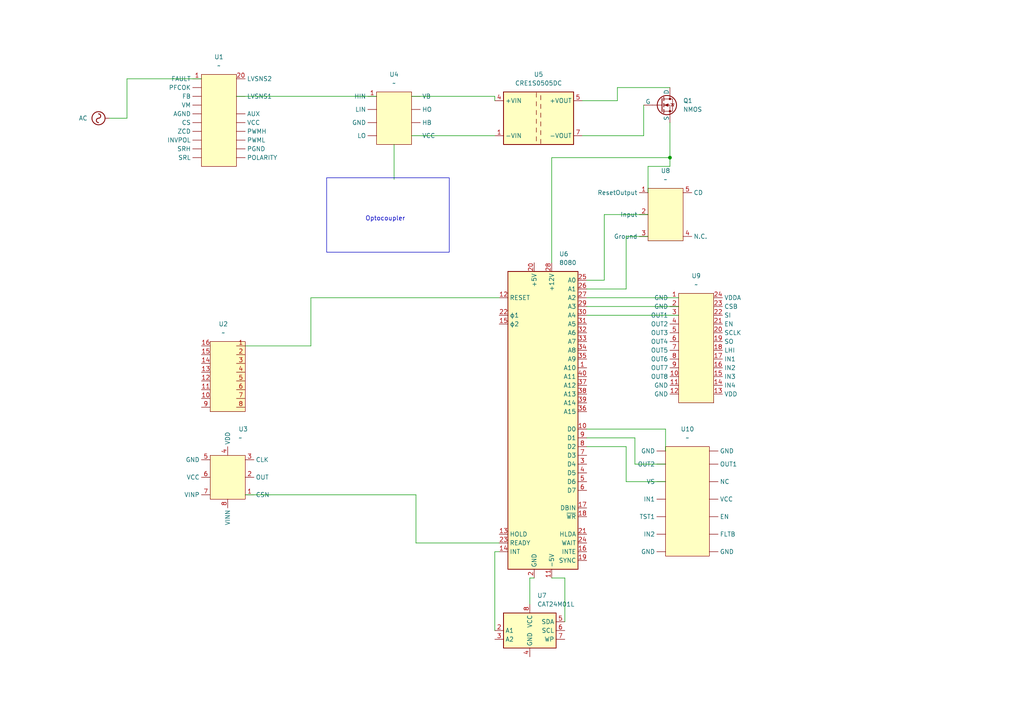
<source format=kicad_sch>
(kicad_sch
	(version 20250114)
	(generator "eeschema")
	(generator_version "9.0")
	(uuid "5cb375b2-201d-4fc3-ba38-c9821d03c7e8")
	(paper "A4")
	(lib_symbols
		(symbol "GCS_components:NCD98011"
			(exclude_from_sim no)
			(in_bom yes)
			(on_board yes)
			(property "Reference" "U"
				(at 0 0 0)
				(effects
					(font
						(size 1.27 1.27)
					)
				)
			)
			(property "Value" ""
				(at 0 0 0)
				(effects
					(font
						(size 1.27 1.27)
					)
				)
			)
			(property "Footprint" ""
				(at 0 0 0)
				(effects
					(font
						(size 1.27 1.27)
					)
					(hide yes)
				)
			)
			(property "Datasheet" ""
				(at 0 0 0)
				(effects
					(font
						(size 1.27 1.27)
					)
					(hide yes)
				)
			)
			(property "Description" ""
				(at 0 0 0)
				(effects
					(font
						(size 1.27 1.27)
					)
					(hide yes)
				)
			)
			(symbol "NCD98011_1_1"
				(rectangle
					(start -5.08 -8.89)
					(end 5.08 -21.59)
					(stroke
						(width 0)
						(type solid)
					)
					(fill
						(type background)
					)
				)
				(pin input line
					(at -5.08 -10.16 180)
					(length 2.54)
					(name "CSN"
						(effects
							(font
								(size 1.27 1.27)
							)
						)
					)
					(number "1"
						(effects
							(font
								(size 1.27 1.27)
							)
						)
					)
				)
				(pin input line
					(at -5.08 -15.24 180)
					(length 2.54)
					(name "OUT"
						(effects
							(font
								(size 1.27 1.27)
							)
						)
					)
					(number "2"
						(effects
							(font
								(size 1.27 1.27)
							)
						)
					)
				)
				(pin input line
					(at -5.08 -20.32 180)
					(length 2.54)
					(name "CLK"
						(effects
							(font
								(size 1.27 1.27)
							)
						)
					)
					(number "3"
						(effects
							(font
								(size 1.27 1.27)
							)
						)
					)
				)
				(pin input line
					(at 0 -8.89 90)
					(length 2.54)
					(name "VINN"
						(effects
							(font
								(size 1.27 1.27)
							)
						)
					)
					(number "8"
						(effects
							(font
								(size 1.27 1.27)
							)
						)
					)
				)
				(pin input line
					(at 0 -21.59 270)
					(length 2.54)
					(name "VDD"
						(effects
							(font
								(size 1.27 1.27)
							)
						)
					)
					(number "4"
						(effects
							(font
								(size 1.27 1.27)
							)
						)
					)
				)
				(pin input line
					(at 5.08 -10.16 0)
					(length 2.54)
					(name "VINP"
						(effects
							(font
								(size 1.27 1.27)
							)
						)
					)
					(number "7"
						(effects
							(font
								(size 1.27 1.27)
							)
						)
					)
				)
				(pin input line
					(at 5.08 -15.24 0)
					(length 2.54)
					(name "VCC"
						(effects
							(font
								(size 1.27 1.27)
							)
						)
					)
					(number "6"
						(effects
							(font
								(size 1.27 1.27)
							)
						)
					)
				)
				(pin input line
					(at 5.08 -20.32 0)
					(length 2.54)
					(name "GND"
						(effects
							(font
								(size 1.27 1.27)
							)
						)
					)
					(number "5"
						(effects
							(font
								(size 1.27 1.27)
							)
						)
					)
				)
			)
			(embedded_fonts no)
		)
		(symbol "GCS_components:NCP1681"
			(exclude_from_sim no)
			(in_bom yes)
			(on_board yes)
			(property "Reference" "U"
				(at 0 0 0)
				(effects
					(font
						(size 1.27 1.27)
					)
				)
			)
			(property "Value" ""
				(at 0 0 0)
				(effects
					(font
						(size 1.27 1.27)
					)
				)
			)
			(property "Footprint" ""
				(at 0 0 0)
				(effects
					(font
						(size 1.27 1.27)
					)
					(hide yes)
				)
			)
			(property "Datasheet" ""
				(at 0 0 0)
				(effects
					(font
						(size 1.27 1.27)
					)
					(hide yes)
				)
			)
			(property "Description" ""
				(at 0 0 0)
				(effects
					(font
						(size 1.27 1.27)
					)
					(hide yes)
				)
			)
			(symbol "NCP1681_1_1"
				(rectangle
					(start -5.08 -2.54)
					(end 5.08 -29.21)
					(stroke
						(width 0)
						(type solid)
					)
					(fill
						(type background)
					)
				)
				(pin input line
					(at -5.08 -3.81 180)
					(length 2.54)
					(name "FAULT"
						(effects
							(font
								(size 1.27 1.27)
							)
						)
					)
					(number "1"
						(effects
							(font
								(size 1.27 1.27)
							)
						)
					)
				)
				(pin input line
					(at -5.08 -6.35 180)
					(length 2.54)
					(name "PFCOK"
						(effects
							(font
								(size 1.27 1.27)
							)
						)
					)
					(number ""
						(effects
							(font
								(size 1.27 1.27)
							)
						)
					)
				)
				(pin input line
					(at -5.08 -8.89 180)
					(length 2.54)
					(name "FB"
						(effects
							(font
								(size 1.27 1.27)
							)
						)
					)
					(number ""
						(effects
							(font
								(size 1.27 1.27)
							)
						)
					)
				)
				(pin input line
					(at -5.08 -11.43 180)
					(length 2.54)
					(name "VM"
						(effects
							(font
								(size 1.27 1.27)
							)
						)
					)
					(number ""
						(effects
							(font
								(size 1.27 1.27)
							)
						)
					)
				)
				(pin input line
					(at -5.08 -13.97 180)
					(length 2.54)
					(name "AGND"
						(effects
							(font
								(size 1.27 1.27)
							)
						)
					)
					(number ""
						(effects
							(font
								(size 1.27 1.27)
							)
						)
					)
				)
				(pin input line
					(at -5.08 -16.51 180)
					(length 2.54)
					(name "CS"
						(effects
							(font
								(size 1.27 1.27)
							)
						)
					)
					(number ""
						(effects
							(font
								(size 1.27 1.27)
							)
						)
					)
				)
				(pin input line
					(at -5.08 -19.05 180)
					(length 2.54)
					(name "ZCD"
						(effects
							(font
								(size 1.27 1.27)
							)
						)
					)
					(number ""
						(effects
							(font
								(size 1.27 1.27)
							)
						)
					)
				)
				(pin input line
					(at -5.08 -21.59 180)
					(length 2.54)
					(name "INVPOL"
						(effects
							(font
								(size 1.27 1.27)
							)
						)
					)
					(number ""
						(effects
							(font
								(size 1.27 1.27)
							)
						)
					)
				)
				(pin input line
					(at -5.08 -24.13 180)
					(length 2.54)
					(name "SRH"
						(effects
							(font
								(size 1.27 1.27)
							)
						)
					)
					(number ""
						(effects
							(font
								(size 1.27 1.27)
							)
						)
					)
				)
				(pin input line
					(at -5.08 -26.67 180)
					(length 2.54)
					(name "SRL"
						(effects
							(font
								(size 1.27 1.27)
							)
						)
					)
					(number ""
						(effects
							(font
								(size 1.27 1.27)
							)
						)
					)
				)
				(pin input line
					(at 5.08 -3.81 0)
					(length 2.54)
					(name "LVSNS2"
						(effects
							(font
								(size 1.27 1.27)
							)
						)
					)
					(number "20"
						(effects
							(font
								(size 1.27 1.27)
							)
						)
					)
				)
				(pin input line
					(at 5.08 -8.89 0)
					(length 2.54)
					(name "LVSNS1"
						(effects
							(font
								(size 1.27 1.27)
							)
						)
					)
					(number ""
						(effects
							(font
								(size 1.27 1.27)
							)
						)
					)
				)
				(pin input line
					(at 5.08 -13.97 0)
					(length 2.54)
					(name "AUX"
						(effects
							(font
								(size 1.27 1.27)
							)
						)
					)
					(number ""
						(effects
							(font
								(size 1.27 1.27)
							)
						)
					)
				)
				(pin input line
					(at 5.08 -16.51 0)
					(length 2.54)
					(name "VCC"
						(effects
							(font
								(size 1.27 1.27)
							)
						)
					)
					(number ""
						(effects
							(font
								(size 1.27 1.27)
							)
						)
					)
				)
				(pin input line
					(at 5.08 -19.05 0)
					(length 2.54)
					(name "PWMH"
						(effects
							(font
								(size 1.27 1.27)
							)
						)
					)
					(number ""
						(effects
							(font
								(size 1.27 1.27)
							)
						)
					)
				)
				(pin input line
					(at 5.08 -21.59 0)
					(length 2.54)
					(name "PWML"
						(effects
							(font
								(size 1.27 1.27)
							)
						)
					)
					(number ""
						(effects
							(font
								(size 1.27 1.27)
							)
						)
					)
				)
				(pin input line
					(at 5.08 -24.13 0)
					(length 2.54)
					(name "PGND"
						(effects
							(font
								(size 1.27 1.27)
							)
						)
					)
					(number ""
						(effects
							(font
								(size 1.27 1.27)
							)
						)
					)
				)
				(pin input line
					(at 5.08 -26.67 0)
					(length 2.54)
					(name "POLARITY"
						(effects
							(font
								(size 1.27 1.27)
							)
						)
					)
					(number ""
						(effects
							(font
								(size 1.27 1.27)
							)
						)
					)
				)
			)
			(embedded_fonts no)
		)
		(symbol "GCS_components:NCP303"
			(exclude_from_sim no)
			(in_bom yes)
			(on_board yes)
			(property "Reference" "U"
				(at 0 0 0)
				(effects
					(font
						(size 1.27 1.27)
					)
				)
			)
			(property "Value" ""
				(at 0 0 0)
				(effects
					(font
						(size 1.27 1.27)
					)
				)
			)
			(property "Footprint" ""
				(at 0 0 0)
				(effects
					(font
						(size 1.27 1.27)
					)
					(hide yes)
				)
			)
			(property "Datasheet" ""
				(at 0 0 0)
				(effects
					(font
						(size 1.27 1.27)
					)
					(hide yes)
				)
			)
			(property "Description" ""
				(at 0 0 0)
				(effects
					(font
						(size 1.27 1.27)
					)
					(hide yes)
				)
			)
			(symbol "NCP303_1_1"
				(rectangle
					(start -5.08 -5.08)
					(end 5.08 -20.32)
					(stroke
						(width 0)
						(type solid)
					)
					(fill
						(type background)
					)
				)
				(pin input line
					(at -5.08 -6.35 180)
					(length 2.54)
					(name "ResetOutput"
						(effects
							(font
								(size 1.27 1.27)
							)
						)
					)
					(number "1"
						(effects
							(font
								(size 1.27 1.27)
							)
						)
					)
				)
				(pin input line
					(at -5.08 -12.7 180)
					(length 2.54)
					(name "Input"
						(effects
							(font
								(size 1.27 1.27)
							)
						)
					)
					(number "2"
						(effects
							(font
								(size 1.27 1.27)
							)
						)
					)
				)
				(pin input line
					(at -5.08 -19.05 180)
					(length 2.54)
					(name "Ground"
						(effects
							(font
								(size 1.27 1.27)
							)
						)
					)
					(number "3"
						(effects
							(font
								(size 1.27 1.27)
							)
						)
					)
				)
				(pin input line
					(at 5.08 -6.35 0)
					(length 2.54)
					(name "CD"
						(effects
							(font
								(size 1.27 1.27)
							)
						)
					)
					(number "5"
						(effects
							(font
								(size 1.27 1.27)
							)
						)
					)
				)
				(pin input line
					(at 5.08 -19.05 0)
					(length 2.54)
					(name "N.C."
						(effects
							(font
								(size 1.27 1.27)
							)
						)
					)
					(number "4"
						(effects
							(font
								(size 1.27 1.27)
							)
						)
					)
				)
			)
			(embedded_fonts no)
		)
		(symbol "GCS_components:NCP51530"
			(exclude_from_sim no)
			(in_bom yes)
			(on_board yes)
			(property "Reference" "U"
				(at 0 0 0)
				(effects
					(font
						(size 1.27 1.27)
					)
				)
			)
			(property "Value" ""
				(at 0 0 0)
				(effects
					(font
						(size 1.27 1.27)
					)
				)
			)
			(property "Footprint" ""
				(at 0 0 0)
				(effects
					(font
						(size 1.27 1.27)
					)
					(hide yes)
				)
			)
			(property "Datasheet" ""
				(at 0 0 0)
				(effects
					(font
						(size 1.27 1.27)
					)
					(hide yes)
				)
			)
			(property "Description" ""
				(at 0 0 0)
				(effects
					(font
						(size 1.27 1.27)
					)
					(hide yes)
				)
			)
			(symbol "NCP51530_1_1"
				(rectangle
					(start -5.08 -2.54)
					(end 5.08 -17.78)
					(stroke
						(width 0)
						(type solid)
					)
					(fill
						(type background)
					)
				)
				(pin input line
					(at -5.08 -3.81 180)
					(length 2.54)
					(name "HIN"
						(effects
							(font
								(size 1.27 1.27)
							)
						)
					)
					(number "1"
						(effects
							(font
								(size 1.27 1.27)
							)
						)
					)
				)
				(pin input line
					(at -5.08 -7.62 180)
					(length 2.54)
					(name "LIN"
						(effects
							(font
								(size 1.27 1.27)
							)
						)
					)
					(number ""
						(effects
							(font
								(size 1.27 1.27)
							)
						)
					)
				)
				(pin input line
					(at -5.08 -11.43 180)
					(length 2.54)
					(name "GND"
						(effects
							(font
								(size 1.27 1.27)
							)
						)
					)
					(number ""
						(effects
							(font
								(size 1.27 1.27)
							)
						)
					)
				)
				(pin input line
					(at -5.08 -15.24 180)
					(length 2.54)
					(name "LO"
						(effects
							(font
								(size 1.27 1.27)
							)
						)
					)
					(number ""
						(effects
							(font
								(size 1.27 1.27)
							)
						)
					)
				)
				(pin input line
					(at 5.08 -3.81 0)
					(length 2.54)
					(name "VB"
						(effects
							(font
								(size 1.27 1.27)
							)
						)
					)
					(number ""
						(effects
							(font
								(size 1.27 1.27)
							)
						)
					)
				)
				(pin input line
					(at 5.08 -7.62 0)
					(length 2.54)
					(name "HO"
						(effects
							(font
								(size 1.27 1.27)
							)
						)
					)
					(number ""
						(effects
							(font
								(size 1.27 1.27)
							)
						)
					)
				)
				(pin input line
					(at 5.08 -11.43 0)
					(length 2.54)
					(name "HB"
						(effects
							(font
								(size 1.27 1.27)
							)
						)
					)
					(number ""
						(effects
							(font
								(size 1.27 1.27)
							)
						)
					)
				)
				(pin input line
					(at 5.08 -15.24 0)
					(length 2.54)
					(name "VCC"
						(effects
							(font
								(size 1.27 1.27)
							)
						)
					)
					(number ""
						(effects
							(font
								(size 1.27 1.27)
							)
						)
					)
				)
			)
			(embedded_fonts no)
		)
		(symbol "GCS_components:NCV7721"
			(exclude_from_sim no)
			(in_bom yes)
			(on_board yes)
			(property "Reference" "U"
				(at 0 0 0)
				(effects
					(font
						(size 1.27 1.27)
					)
				)
			)
			(property "Value" ""
				(at 0 0 0)
				(effects
					(font
						(size 1.27 1.27)
					)
				)
			)
			(property "Footprint" ""
				(at 0 0 0)
				(effects
					(font
						(size 1.27 1.27)
					)
					(hide yes)
				)
			)
			(property "Datasheet" ""
				(at 0 0 0)
				(effects
					(font
						(size 1.27 1.27)
					)
					(hide yes)
				)
			)
			(property "Description" ""
				(at 0 0 0)
				(effects
					(font
						(size 1.27 1.27)
					)
					(hide yes)
				)
			)
			(symbol "NCV7721_1_1"
				(rectangle
					(start -6.35 -2.54)
					(end 6.35 -34.29)
					(stroke
						(width 0)
						(type solid)
					)
					(fill
						(type background)
					)
				)
				(pin input line
					(at -6.35 -3.81 180)
					(length 2.54)
					(name "GND"
						(effects
							(font
								(size 1.27 1.27)
							)
						)
					)
					(number ""
						(effects
							(font
								(size 1.27 1.27)
							)
						)
					)
				)
				(pin input line
					(at -6.35 -7.62 180)
					(length 2.54)
					(name "OUT2"
						(effects
							(font
								(size 1.27 1.27)
							)
						)
					)
					(number ""
						(effects
							(font
								(size 1.27 1.27)
							)
						)
					)
				)
				(pin input line
					(at -6.35 -12.7 180)
					(length 2.54)
					(name "VS"
						(effects
							(font
								(size 1.27 1.27)
							)
						)
					)
					(number ""
						(effects
							(font
								(size 1.27 1.27)
							)
						)
					)
				)
				(pin input line
					(at -6.35 -17.78 180)
					(length 2.54)
					(name "IN1"
						(effects
							(font
								(size 1.27 1.27)
							)
						)
					)
					(number ""
						(effects
							(font
								(size 1.27 1.27)
							)
						)
					)
				)
				(pin input line
					(at -6.35 -22.86 180)
					(length 2.54)
					(name "TST1"
						(effects
							(font
								(size 1.27 1.27)
							)
						)
					)
					(number ""
						(effects
							(font
								(size 1.27 1.27)
							)
						)
					)
				)
				(pin input line
					(at -6.35 -27.94 180)
					(length 2.54)
					(name "IN2"
						(effects
							(font
								(size 1.27 1.27)
							)
						)
					)
					(number ""
						(effects
							(font
								(size 1.27 1.27)
							)
						)
					)
				)
				(pin input line
					(at -6.35 -33.02 180)
					(length 2.54)
					(name "GND"
						(effects
							(font
								(size 1.27 1.27)
							)
						)
					)
					(number ""
						(effects
							(font
								(size 1.27 1.27)
							)
						)
					)
				)
				(pin input line
					(at 6.35 -3.81 0)
					(length 2.54)
					(name "GND"
						(effects
							(font
								(size 1.27 1.27)
							)
						)
					)
					(number ""
						(effects
							(font
								(size 1.27 1.27)
							)
						)
					)
				)
				(pin input line
					(at 6.35 -7.62 0)
					(length 2.54)
					(name "OUT1"
						(effects
							(font
								(size 1.27 1.27)
							)
						)
					)
					(number ""
						(effects
							(font
								(size 1.27 1.27)
							)
						)
					)
				)
				(pin input line
					(at 6.35 -12.7 0)
					(length 2.54)
					(name "NC"
						(effects
							(font
								(size 1.27 1.27)
							)
						)
					)
					(number ""
						(effects
							(font
								(size 1.27 1.27)
							)
						)
					)
				)
				(pin input line
					(at 6.35 -17.78 0)
					(length 2.54)
					(name "VCC"
						(effects
							(font
								(size 1.27 1.27)
							)
						)
					)
					(number ""
						(effects
							(font
								(size 1.27 1.27)
							)
						)
					)
				)
				(pin input line
					(at 6.35 -22.86 0)
					(length 2.54)
					(name "EN"
						(effects
							(font
								(size 1.27 1.27)
							)
						)
					)
					(number ""
						(effects
							(font
								(size 1.27 1.27)
							)
						)
					)
				)
				(pin input line
					(at 6.35 -27.94 0)
					(length 2.54)
					(name "FLTB"
						(effects
							(font
								(size 1.27 1.27)
							)
						)
					)
					(number ""
						(effects
							(font
								(size 1.27 1.27)
							)
						)
					)
				)
				(pin input line
					(at 6.35 -33.02 0)
					(length 2.54)
					(name "GND"
						(effects
							(font
								(size 1.27 1.27)
							)
						)
					)
					(number ""
						(effects
							(font
								(size 1.27 1.27)
							)
						)
					)
				)
			)
			(embedded_fonts no)
		)
		(symbol "GCS_components:NCV7754"
			(exclude_from_sim no)
			(in_bom yes)
			(on_board yes)
			(property "Reference" "U"
				(at 0 0 0)
				(effects
					(font
						(size 1.27 1.27)
					)
				)
			)
			(property "Value" ""
				(at 0 0 0)
				(effects
					(font
						(size 1.27 1.27)
					)
				)
			)
			(property "Footprint" ""
				(at 0 0 0)
				(effects
					(font
						(size 1.27 1.27)
					)
					(hide yes)
				)
			)
			(property "Datasheet" ""
				(at 0 0 0)
				(effects
					(font
						(size 1.27 1.27)
					)
					(hide yes)
				)
			)
			(property "Description" ""
				(at 0 0 0)
				(effects
					(font
						(size 1.27 1.27)
					)
					(hide yes)
				)
			)
			(symbol "NCV7754_1_1"
				(rectangle
					(start -5.08 -3.81)
					(end 5.08 -35.56)
					(stroke
						(width 0)
						(type solid)
					)
					(fill
						(type background)
					)
				)
				(pin input line
					(at -5.08 -5.08 180)
					(length 2.54)
					(name "GND"
						(effects
							(font
								(size 1.27 1.27)
							)
						)
					)
					(number "1"
						(effects
							(font
								(size 1.27 1.27)
							)
						)
					)
				)
				(pin input line
					(at -5.08 -7.62 180)
					(length 2.54)
					(name "GND"
						(effects
							(font
								(size 1.27 1.27)
							)
						)
					)
					(number "2"
						(effects
							(font
								(size 1.27 1.27)
							)
						)
					)
				)
				(pin input line
					(at -5.08 -10.16 180)
					(length 2.54)
					(name "OUT1"
						(effects
							(font
								(size 1.27 1.27)
							)
						)
					)
					(number "3"
						(effects
							(font
								(size 1.27 1.27)
							)
						)
					)
				)
				(pin input line
					(at -5.08 -12.7 180)
					(length 2.54)
					(name "OUT2"
						(effects
							(font
								(size 1.27 1.27)
							)
						)
					)
					(number "4"
						(effects
							(font
								(size 1.27 1.27)
							)
						)
					)
				)
				(pin input line
					(at -5.08 -15.24 180)
					(length 2.54)
					(name "OUT3"
						(effects
							(font
								(size 1.27 1.27)
							)
						)
					)
					(number "5"
						(effects
							(font
								(size 1.27 1.27)
							)
						)
					)
				)
				(pin input line
					(at -5.08 -17.78 180)
					(length 2.54)
					(name "OUT4"
						(effects
							(font
								(size 1.27 1.27)
							)
						)
					)
					(number "6"
						(effects
							(font
								(size 1.27 1.27)
							)
						)
					)
				)
				(pin input line
					(at -5.08 -20.32 180)
					(length 2.54)
					(name "OUT5"
						(effects
							(font
								(size 1.27 1.27)
							)
						)
					)
					(number "7"
						(effects
							(font
								(size 1.27 1.27)
							)
						)
					)
				)
				(pin input line
					(at -5.08 -22.86 180)
					(length 2.54)
					(name "OUT6"
						(effects
							(font
								(size 1.27 1.27)
							)
						)
					)
					(number "8"
						(effects
							(font
								(size 1.27 1.27)
							)
						)
					)
				)
				(pin input line
					(at -5.08 -25.4 180)
					(length 2.54)
					(name "OUT7"
						(effects
							(font
								(size 1.27 1.27)
							)
						)
					)
					(number "9"
						(effects
							(font
								(size 1.27 1.27)
							)
						)
					)
				)
				(pin input line
					(at -5.08 -27.94 180)
					(length 2.54)
					(name "OUT8"
						(effects
							(font
								(size 1.27 1.27)
							)
						)
					)
					(number "10"
						(effects
							(font
								(size 1.27 1.27)
							)
						)
					)
				)
				(pin input line
					(at -5.08 -30.48 180)
					(length 2.54)
					(name "GND"
						(effects
							(font
								(size 1.27 1.27)
							)
						)
					)
					(number "11"
						(effects
							(font
								(size 1.27 1.27)
							)
						)
					)
				)
				(pin input line
					(at -5.08 -33.02 180)
					(length 2.54)
					(name "GND"
						(effects
							(font
								(size 1.27 1.27)
							)
						)
					)
					(number "12"
						(effects
							(font
								(size 1.27 1.27)
							)
						)
					)
				)
				(pin input line
					(at 5.08 -5.08 0)
					(length 2.54)
					(name "VDDA"
						(effects
							(font
								(size 1.27 1.27)
							)
						)
					)
					(number "24"
						(effects
							(font
								(size 1.27 1.27)
							)
						)
					)
				)
				(pin input line
					(at 5.08 -7.62 0)
					(length 2.54)
					(name "CSB"
						(effects
							(font
								(size 1.27 1.27)
							)
						)
					)
					(number "23"
						(effects
							(font
								(size 1.27 1.27)
							)
						)
					)
				)
				(pin input line
					(at 5.08 -10.16 0)
					(length 2.54)
					(name "SI"
						(effects
							(font
								(size 1.27 1.27)
							)
						)
					)
					(number "22"
						(effects
							(font
								(size 1.27 1.27)
							)
						)
					)
				)
				(pin input line
					(at 5.08 -12.7 0)
					(length 2.54)
					(name "EN"
						(effects
							(font
								(size 1.27 1.27)
							)
						)
					)
					(number "21"
						(effects
							(font
								(size 1.27 1.27)
							)
						)
					)
				)
				(pin input line
					(at 5.08 -15.24 0)
					(length 2.54)
					(name "SCLK"
						(effects
							(font
								(size 1.27 1.27)
							)
						)
					)
					(number "20"
						(effects
							(font
								(size 1.27 1.27)
							)
						)
					)
				)
				(pin input line
					(at 5.08 -17.78 0)
					(length 2.54)
					(name "SO"
						(effects
							(font
								(size 1.27 1.27)
							)
						)
					)
					(number "19"
						(effects
							(font
								(size 1.27 1.27)
							)
						)
					)
				)
				(pin input line
					(at 5.08 -20.32 0)
					(length 2.54)
					(name "LHI"
						(effects
							(font
								(size 1.27 1.27)
							)
						)
					)
					(number "18"
						(effects
							(font
								(size 1.27 1.27)
							)
						)
					)
				)
				(pin input line
					(at 5.08 -22.86 0)
					(length 2.54)
					(name "IN1"
						(effects
							(font
								(size 1.27 1.27)
							)
						)
					)
					(number "17"
						(effects
							(font
								(size 1.27 1.27)
							)
						)
					)
				)
				(pin input line
					(at 5.08 -25.4 0)
					(length 2.54)
					(name "IN2"
						(effects
							(font
								(size 1.27 1.27)
							)
						)
					)
					(number "16"
						(effects
							(font
								(size 1.27 1.27)
							)
						)
					)
				)
				(pin input line
					(at 5.08 -27.94 0)
					(length 2.54)
					(name "IN3"
						(effects
							(font
								(size 1.27 1.27)
							)
						)
					)
					(number "15"
						(effects
							(font
								(size 1.27 1.27)
							)
						)
					)
				)
				(pin input line
					(at 5.08 -30.48 0)
					(length 2.54)
					(name "IN4"
						(effects
							(font
								(size 1.27 1.27)
							)
						)
					)
					(number "14"
						(effects
							(font
								(size 1.27 1.27)
							)
						)
					)
				)
				(pin input line
					(at 5.08 -33.02 0)
					(length 2.54)
					(name "VDD"
						(effects
							(font
								(size 1.27 1.27)
							)
						)
					)
					(number "13"
						(effects
							(font
								(size 1.27 1.27)
							)
						)
					)
				)
			)
			(embedded_fonts no)
		)
		(symbol "GCS_components:NUF8410"
			(exclude_from_sim no)
			(in_bom yes)
			(on_board yes)
			(property "Reference" "U"
				(at 0 0 0)
				(effects
					(font
						(size 1.27 1.27)
					)
				)
			)
			(property "Value" ""
				(at 0 0 0)
				(effects
					(font
						(size 1.27 1.27)
					)
				)
			)
			(property "Footprint" ""
				(at 0 0 0)
				(effects
					(font
						(size 1.27 1.27)
					)
					(hide yes)
				)
			)
			(property "Datasheet" ""
				(at 0 0 0)
				(effects
					(font
						(size 1.27 1.27)
					)
					(hide yes)
				)
			)
			(property "Description" ""
				(at 0 0 0)
				(effects
					(font
						(size 1.27 1.27)
					)
					(hide yes)
				)
			)
			(symbol "NUF8410_1_1"
				(rectangle
					(start -10.16 -6.35)
					(end 10.16 -16.51)
					(stroke
						(width 0)
						(type solid)
					)
					(fill
						(type background)
					)
				)
				(pin input line
					(at -8.89 -6.35 270)
					(length 2.54)
					(name ""
						(effects
							(font
								(size 1.27 1.27)
							)
						)
					)
					(number "1"
						(effects
							(font
								(size 1.27 1.27)
							)
						)
					)
				)
				(pin input line
					(at -8.89 -16.51 270)
					(length 2.54)
					(name ""
						(effects
							(font
								(size 1.27 1.27)
							)
						)
					)
					(number "16"
						(effects
							(font
								(size 1.27 1.27)
							)
						)
					)
				)
				(pin input line
					(at -6.35 -6.35 270)
					(length 2.54)
					(name ""
						(effects
							(font
								(size 1.27 1.27)
							)
						)
					)
					(number "2"
						(effects
							(font
								(size 1.27 1.27)
							)
						)
					)
				)
				(pin input line
					(at -6.35 -16.51 270)
					(length 2.54)
					(name ""
						(effects
							(font
								(size 1.27 1.27)
							)
						)
					)
					(number "15"
						(effects
							(font
								(size 1.27 1.27)
							)
						)
					)
				)
				(pin input line
					(at -3.81 -6.35 270)
					(length 2.54)
					(name ""
						(effects
							(font
								(size 1.27 1.27)
							)
						)
					)
					(number "3"
						(effects
							(font
								(size 1.27 1.27)
							)
						)
					)
				)
				(pin input line
					(at -3.81 -16.51 270)
					(length 2.54)
					(name ""
						(effects
							(font
								(size 1.27 1.27)
							)
						)
					)
					(number "14"
						(effects
							(font
								(size 1.27 1.27)
							)
						)
					)
				)
				(pin input line
					(at -1.27 -6.35 270)
					(length 2.54)
					(name ""
						(effects
							(font
								(size 1.27 1.27)
							)
						)
					)
					(number "4"
						(effects
							(font
								(size 1.27 1.27)
							)
						)
					)
				)
				(pin input line
					(at -1.27 -16.51 270)
					(length 2.54)
					(name ""
						(effects
							(font
								(size 1.27 1.27)
							)
						)
					)
					(number "13"
						(effects
							(font
								(size 1.27 1.27)
							)
						)
					)
				)
				(pin input line
					(at 1.27 -6.35 270)
					(length 2.54)
					(name ""
						(effects
							(font
								(size 1.27 1.27)
							)
						)
					)
					(number "5"
						(effects
							(font
								(size 1.27 1.27)
							)
						)
					)
				)
				(pin input line
					(at 1.27 -16.51 270)
					(length 2.54)
					(name ""
						(effects
							(font
								(size 1.27 1.27)
							)
						)
					)
					(number "12"
						(effects
							(font
								(size 1.27 1.27)
							)
						)
					)
				)
				(pin input line
					(at 3.81 -6.35 270)
					(length 2.54)
					(name ""
						(effects
							(font
								(size 1.27 1.27)
							)
						)
					)
					(number "6"
						(effects
							(font
								(size 1.27 1.27)
							)
						)
					)
				)
				(pin input line
					(at 3.81 -16.51 270)
					(length 2.54)
					(name ""
						(effects
							(font
								(size 1.27 1.27)
							)
						)
					)
					(number "11"
						(effects
							(font
								(size 1.27 1.27)
							)
						)
					)
				)
				(pin input line
					(at 6.35 -6.35 270)
					(length 2.54)
					(name ""
						(effects
							(font
								(size 1.27 1.27)
							)
						)
					)
					(number "7"
						(effects
							(font
								(size 1.27 1.27)
							)
						)
					)
				)
				(pin input line
					(at 6.35 -16.51 270)
					(length 2.54)
					(name ""
						(effects
							(font
								(size 1.27 1.27)
							)
						)
					)
					(number "10"
						(effects
							(font
								(size 1.27 1.27)
							)
						)
					)
				)
				(pin input line
					(at 8.89 -6.35 270)
					(length 2.54)
					(name ""
						(effects
							(font
								(size 1.27 1.27)
							)
						)
					)
					(number "8"
						(effects
							(font
								(size 1.27 1.27)
							)
						)
					)
				)
				(pin input line
					(at 8.89 -16.51 270)
					(length 2.54)
					(name ""
						(effects
							(font
								(size 1.27 1.27)
							)
						)
					)
					(number "9"
						(effects
							(font
								(size 1.27 1.27)
							)
						)
					)
				)
			)
			(embedded_fonts no)
		)
		(symbol "MCU_Intel:8080"
			(exclude_from_sim no)
			(in_bom yes)
			(on_board yes)
			(property "Reference" "U"
				(at -7.62 44.45 0)
				(effects
					(font
						(size 1.27 1.27)
					)
				)
			)
			(property "Value" "8080"
				(at 7.62 44.45 0)
				(effects
					(font
						(size 1.27 1.27)
					)
				)
			)
			(property "Footprint" "Package_DIP:DIP-40_W15.24mm"
				(at 0 15.24 0)
				(effects
					(font
						(size 1.27 1.27)
					)
					(hide yes)
				)
			)
			(property "Datasheet" "http://datasheets.chipdb.org/Intel/MCS-80/intel-8080.pdf"
				(at 0 15.24 0)
				(effects
					(font
						(size 1.27 1.27)
					)
					(hide yes)
				)
			)
			(property "Description" "8-bit N-channel Microprocessor, DIP-40"
				(at 0 0 0)
				(effects
					(font
						(size 1.27 1.27)
					)
					(hide yes)
				)
			)
			(property "ki_keywords" "cpu mpu microprocessor"
				(at 0 0 0)
				(effects
					(font
						(size 1.27 1.27)
					)
					(hide yes)
				)
			)
			(property "ki_fp_filters" "DIP*W15.24*"
				(at 0 0 0)
				(effects
					(font
						(size 1.27 1.27)
					)
					(hide yes)
				)
			)
			(symbol "8080_0_1"
				(rectangle
					(start -10.16 43.18)
					(end 10.16 -43.18)
					(stroke
						(width 0.254)
						(type default)
					)
					(fill
						(type background)
					)
				)
			)
			(symbol "8080_1_1"
				(pin input line
					(at -12.7 35.56 0)
					(length 2.54)
					(name "RESET"
						(effects
							(font
								(size 1.27 1.27)
							)
						)
					)
					(number "12"
						(effects
							(font
								(size 1.27 1.27)
							)
						)
					)
				)
				(pin input line
					(at -12.7 30.48 0)
					(length 2.54)
					(name "ϕ1"
						(effects
							(font
								(size 1.27 1.27)
							)
						)
					)
					(number "22"
						(effects
							(font
								(size 1.27 1.27)
							)
						)
					)
				)
				(pin input line
					(at -12.7 27.94 0)
					(length 2.54)
					(name "ϕ2"
						(effects
							(font
								(size 1.27 1.27)
							)
						)
					)
					(number "15"
						(effects
							(font
								(size 1.27 1.27)
							)
						)
					)
				)
				(pin input line
					(at -12.7 -33.02 0)
					(length 2.54)
					(name "HOLD"
						(effects
							(font
								(size 1.27 1.27)
							)
						)
					)
					(number "13"
						(effects
							(font
								(size 1.27 1.27)
							)
						)
					)
				)
				(pin input line
					(at -12.7 -35.56 0)
					(length 2.54)
					(name "READY"
						(effects
							(font
								(size 1.27 1.27)
							)
						)
					)
					(number "23"
						(effects
							(font
								(size 1.27 1.27)
							)
						)
					)
				)
				(pin input line
					(at -12.7 -38.1 0)
					(length 2.54)
					(name "INT"
						(effects
							(font
								(size 1.27 1.27)
							)
						)
					)
					(number "14"
						(effects
							(font
								(size 1.27 1.27)
							)
						)
					)
				)
				(pin power_in line
					(at -2.54 45.72 270)
					(length 2.54)
					(name "+5V"
						(effects
							(font
								(size 1.27 1.27)
							)
						)
					)
					(number "20"
						(effects
							(font
								(size 1.27 1.27)
							)
						)
					)
				)
				(pin power_in line
					(at -2.54 -45.72 90)
					(length 2.54)
					(name "GND"
						(effects
							(font
								(size 1.27 1.27)
							)
						)
					)
					(number "2"
						(effects
							(font
								(size 1.27 1.27)
							)
						)
					)
				)
				(pin power_in line
					(at 2.54 45.72 270)
					(length 2.54)
					(name "+12V"
						(effects
							(font
								(size 1.27 1.27)
							)
						)
					)
					(number "28"
						(effects
							(font
								(size 1.27 1.27)
							)
						)
					)
				)
				(pin power_in line
					(at 2.54 -45.72 90)
					(length 2.54)
					(name "-5V"
						(effects
							(font
								(size 1.27 1.27)
							)
						)
					)
					(number "11"
						(effects
							(font
								(size 1.27 1.27)
							)
						)
					)
				)
				(pin output line
					(at 12.7 40.64 180)
					(length 2.54)
					(name "A0"
						(effects
							(font
								(size 1.27 1.27)
							)
						)
					)
					(number "25"
						(effects
							(font
								(size 1.27 1.27)
							)
						)
					)
				)
				(pin output line
					(at 12.7 38.1 180)
					(length 2.54)
					(name "A1"
						(effects
							(font
								(size 1.27 1.27)
							)
						)
					)
					(number "26"
						(effects
							(font
								(size 1.27 1.27)
							)
						)
					)
				)
				(pin output line
					(at 12.7 35.56 180)
					(length 2.54)
					(name "A2"
						(effects
							(font
								(size 1.27 1.27)
							)
						)
					)
					(number "27"
						(effects
							(font
								(size 1.27 1.27)
							)
						)
					)
				)
				(pin output line
					(at 12.7 33.02 180)
					(length 2.54)
					(name "A3"
						(effects
							(font
								(size 1.27 1.27)
							)
						)
					)
					(number "29"
						(effects
							(font
								(size 1.27 1.27)
							)
						)
					)
				)
				(pin output line
					(at 12.7 30.48 180)
					(length 2.54)
					(name "A4"
						(effects
							(font
								(size 1.27 1.27)
							)
						)
					)
					(number "30"
						(effects
							(font
								(size 1.27 1.27)
							)
						)
					)
				)
				(pin output line
					(at 12.7 27.94 180)
					(length 2.54)
					(name "A5"
						(effects
							(font
								(size 1.27 1.27)
							)
						)
					)
					(number "31"
						(effects
							(font
								(size 1.27 1.27)
							)
						)
					)
				)
				(pin output line
					(at 12.7 25.4 180)
					(length 2.54)
					(name "A6"
						(effects
							(font
								(size 1.27 1.27)
							)
						)
					)
					(number "32"
						(effects
							(font
								(size 1.27 1.27)
							)
						)
					)
				)
				(pin output line
					(at 12.7 22.86 180)
					(length 2.54)
					(name "A7"
						(effects
							(font
								(size 1.27 1.27)
							)
						)
					)
					(number "33"
						(effects
							(font
								(size 1.27 1.27)
							)
						)
					)
				)
				(pin output line
					(at 12.7 20.32 180)
					(length 2.54)
					(name "A8"
						(effects
							(font
								(size 1.27 1.27)
							)
						)
					)
					(number "34"
						(effects
							(font
								(size 1.27 1.27)
							)
						)
					)
				)
				(pin output line
					(at 12.7 17.78 180)
					(length 2.54)
					(name "A9"
						(effects
							(font
								(size 1.27 1.27)
							)
						)
					)
					(number "35"
						(effects
							(font
								(size 1.27 1.27)
							)
						)
					)
				)
				(pin output line
					(at 12.7 15.24 180)
					(length 2.54)
					(name "A10"
						(effects
							(font
								(size 1.27 1.27)
							)
						)
					)
					(number "1"
						(effects
							(font
								(size 1.27 1.27)
							)
						)
					)
				)
				(pin output line
					(at 12.7 12.7 180)
					(length 2.54)
					(name "A11"
						(effects
							(font
								(size 1.27 1.27)
							)
						)
					)
					(number "40"
						(effects
							(font
								(size 1.27 1.27)
							)
						)
					)
				)
				(pin output line
					(at 12.7 10.16 180)
					(length 2.54)
					(name "A12"
						(effects
							(font
								(size 1.27 1.27)
							)
						)
					)
					(number "37"
						(effects
							(font
								(size 1.27 1.27)
							)
						)
					)
				)
				(pin output line
					(at 12.7 7.62 180)
					(length 2.54)
					(name "A13"
						(effects
							(font
								(size 1.27 1.27)
							)
						)
					)
					(number "38"
						(effects
							(font
								(size 1.27 1.27)
							)
						)
					)
				)
				(pin output line
					(at 12.7 5.08 180)
					(length 2.54)
					(name "A14"
						(effects
							(font
								(size 1.27 1.27)
							)
						)
					)
					(number "39"
						(effects
							(font
								(size 1.27 1.27)
							)
						)
					)
				)
				(pin output line
					(at 12.7 2.54 180)
					(length 2.54)
					(name "A15"
						(effects
							(font
								(size 1.27 1.27)
							)
						)
					)
					(number "36"
						(effects
							(font
								(size 1.27 1.27)
							)
						)
					)
				)
				(pin bidirectional line
					(at 12.7 -2.54 180)
					(length 2.54)
					(name "D0"
						(effects
							(font
								(size 1.27 1.27)
							)
						)
					)
					(number "10"
						(effects
							(font
								(size 1.27 1.27)
							)
						)
					)
				)
				(pin bidirectional line
					(at 12.7 -5.08 180)
					(length 2.54)
					(name "D1"
						(effects
							(font
								(size 1.27 1.27)
							)
						)
					)
					(number "9"
						(effects
							(font
								(size 1.27 1.27)
							)
						)
					)
				)
				(pin bidirectional line
					(at 12.7 -7.62 180)
					(length 2.54)
					(name "D2"
						(effects
							(font
								(size 1.27 1.27)
							)
						)
					)
					(number "8"
						(effects
							(font
								(size 1.27 1.27)
							)
						)
					)
				)
				(pin bidirectional line
					(at 12.7 -10.16 180)
					(length 2.54)
					(name "D3"
						(effects
							(font
								(size 1.27 1.27)
							)
						)
					)
					(number "7"
						(effects
							(font
								(size 1.27 1.27)
							)
						)
					)
				)
				(pin bidirectional line
					(at 12.7 -12.7 180)
					(length 2.54)
					(name "D4"
						(effects
							(font
								(size 1.27 1.27)
							)
						)
					)
					(number "3"
						(effects
							(font
								(size 1.27 1.27)
							)
						)
					)
				)
				(pin bidirectional line
					(at 12.7 -15.24 180)
					(length 2.54)
					(name "D5"
						(effects
							(font
								(size 1.27 1.27)
							)
						)
					)
					(number "4"
						(effects
							(font
								(size 1.27 1.27)
							)
						)
					)
				)
				(pin bidirectional line
					(at 12.7 -17.78 180)
					(length 2.54)
					(name "D6"
						(effects
							(font
								(size 1.27 1.27)
							)
						)
					)
					(number "5"
						(effects
							(font
								(size 1.27 1.27)
							)
						)
					)
				)
				(pin bidirectional line
					(at 12.7 -20.32 180)
					(length 2.54)
					(name "D7"
						(effects
							(font
								(size 1.27 1.27)
							)
						)
					)
					(number "6"
						(effects
							(font
								(size 1.27 1.27)
							)
						)
					)
				)
				(pin output line
					(at 12.7 -25.4 180)
					(length 2.54)
					(name "DBIN"
						(effects
							(font
								(size 1.27 1.27)
							)
						)
					)
					(number "17"
						(effects
							(font
								(size 1.27 1.27)
							)
						)
					)
				)
				(pin output line
					(at 12.7 -27.94 180)
					(length 2.54)
					(name "~{WR}"
						(effects
							(font
								(size 1.27 1.27)
							)
						)
					)
					(number "18"
						(effects
							(font
								(size 1.27 1.27)
							)
						)
					)
				)
				(pin output line
					(at 12.7 -33.02 180)
					(length 2.54)
					(name "HLDA"
						(effects
							(font
								(size 1.27 1.27)
							)
						)
					)
					(number "21"
						(effects
							(font
								(size 1.27 1.27)
							)
						)
					)
				)
				(pin output line
					(at 12.7 -35.56 180)
					(length 2.54)
					(name "WAIT"
						(effects
							(font
								(size 1.27 1.27)
							)
						)
					)
					(number "24"
						(effects
							(font
								(size 1.27 1.27)
							)
						)
					)
				)
				(pin output line
					(at 12.7 -38.1 180)
					(length 2.54)
					(name "INTE"
						(effects
							(font
								(size 1.27 1.27)
							)
						)
					)
					(number "16"
						(effects
							(font
								(size 1.27 1.27)
							)
						)
					)
				)
				(pin output line
					(at 12.7 -40.64 180)
					(length 2.54)
					(name "SYNC"
						(effects
							(font
								(size 1.27 1.27)
							)
						)
					)
					(number "19"
						(effects
							(font
								(size 1.27 1.27)
							)
						)
					)
				)
			)
			(embedded_fonts no)
		)
		(symbol "Memory_EEPROM:CAT24M01L"
			(exclude_from_sim no)
			(in_bom yes)
			(on_board yes)
			(property "Reference" "U"
				(at 2.54 8.89 0)
				(effects
					(font
						(size 1.27 1.27)
					)
				)
			)
			(property "Value" "CAT24M01L"
				(at 6.35 6.35 0)
				(effects
					(font
						(size 1.27 1.27)
					)
				)
			)
			(property "Footprint" "Package_DIP:DIP-8_W7.62mm"
				(at 15.24 -6.35 0)
				(effects
					(font
						(size 1.27 1.27)
					)
					(hide yes)
				)
			)
			(property "Datasheet" "https://www.onsemi.com/pub/Collateral/CAT24M01-D.PDF"
				(at 0 0 0)
				(effects
					(font
						(size 1.27 1.27)
					)
					(hide yes)
				)
			)
			(property "Description" "1 Mb I2C CMOS Serial EEPROM, DIP-8"
				(at 0 0 0)
				(effects
					(font
						(size 1.27 1.27)
					)
					(hide yes)
				)
			)
			(property "ki_keywords" "EEPROM 1Mb I2C"
				(at 0 0 0)
				(effects
					(font
						(size 1.27 1.27)
					)
					(hide yes)
				)
			)
			(property "ki_fp_filters" "DIP*W7.62mm*"
				(at 0 0 0)
				(effects
					(font
						(size 1.27 1.27)
					)
					(hide yes)
				)
			)
			(symbol "CAT24M01L_1_1"
				(rectangle
					(start -7.62 5.08)
					(end 7.62 -5.08)
					(stroke
						(width 0.254)
						(type default)
					)
					(fill
						(type background)
					)
				)
				(pin input line
					(at -10.16 0 0)
					(length 2.54)
					(name "A1"
						(effects
							(font
								(size 1.27 1.27)
							)
						)
					)
					(number "2"
						(effects
							(font
								(size 1.27 1.27)
							)
						)
					)
				)
				(pin input line
					(at -10.16 -2.54 0)
					(length 2.54)
					(name "A2"
						(effects
							(font
								(size 1.27 1.27)
							)
						)
					)
					(number "3"
						(effects
							(font
								(size 1.27 1.27)
							)
						)
					)
				)
				(pin no_connect line
					(at -7.62 2.54 0)
					(length 2.54)
					(hide yes)
					(name "NC"
						(effects
							(font
								(size 1.27 1.27)
							)
						)
					)
					(number "1"
						(effects
							(font
								(size 1.27 1.27)
							)
						)
					)
				)
				(pin power_in line
					(at 0 7.62 270)
					(length 2.54)
					(name "VCC"
						(effects
							(font
								(size 1.27 1.27)
							)
						)
					)
					(number "8"
						(effects
							(font
								(size 1.27 1.27)
							)
						)
					)
				)
				(pin power_in line
					(at 0 -7.62 90)
					(length 2.54)
					(name "GND"
						(effects
							(font
								(size 1.27 1.27)
							)
						)
					)
					(number "4"
						(effects
							(font
								(size 1.27 1.27)
							)
						)
					)
				)
				(pin bidirectional line
					(at 10.16 2.54 180)
					(length 2.54)
					(name "SDA"
						(effects
							(font
								(size 1.27 1.27)
							)
						)
					)
					(number "5"
						(effects
							(font
								(size 1.27 1.27)
							)
						)
					)
				)
				(pin input line
					(at 10.16 0 180)
					(length 2.54)
					(name "SCL"
						(effects
							(font
								(size 1.27 1.27)
							)
						)
					)
					(number "6"
						(effects
							(font
								(size 1.27 1.27)
							)
						)
					)
				)
				(pin input line
					(at 10.16 -2.54 180)
					(length 2.54)
					(name "WP"
						(effects
							(font
								(size 1.27 1.27)
							)
						)
					)
					(number "7"
						(effects
							(font
								(size 1.27 1.27)
							)
						)
					)
				)
			)
			(embedded_fonts no)
		)
		(symbol "Regulator_Switching:CRE1S0505DC"
			(exclude_from_sim no)
			(in_bom yes)
			(on_board yes)
			(property "Reference" "U"
				(at -8.89 8.89 0)
				(effects
					(font
						(size 1.27 1.27)
					)
				)
			)
			(property "Value" "CRE1S0505DC"
				(at 2.54 8.89 0)
				(effects
					(font
						(size 1.27 1.27)
					)
				)
			)
			(property "Footprint" "Converter_DCDC:Converter_DCDC_Murata_CRE1xxxxxxDC_THT"
				(at 0 -8.89 0)
				(effects
					(font
						(size 1.27 1.27)
					)
					(hide yes)
				)
			)
			(property "Datasheet" "http://power.murata.com/datasheet?/data/power/ncl/kdc_cre1.pdf"
				(at 0 -12.7 0)
				(effects
					(font
						(size 1.27 1.27)
					)
					(hide yes)
				)
			)
			(property "Description" "5V to 5V 200mA DC-DC Converter with 1kV isolation, DC-package"
				(at 0 0 0)
				(effects
					(font
						(size 1.27 1.27)
					)
					(hide yes)
				)
			)
			(property "ki_keywords" "Murata isolated isolation dc-dc converter transformer"
				(at 0 0 0)
				(effects
					(font
						(size 1.27 1.27)
					)
					(hide yes)
				)
			)
			(property "ki_fp_filters" "Converter*DCDC*Murata*CRE1xxxxxxDC*"
				(at 0 0 0)
				(effects
					(font
						(size 1.27 1.27)
					)
					(hide yes)
				)
			)
			(symbol "CRE1S0505DC_0_1"
				(rectangle
					(start -10.16 7.62)
					(end 10.16 -7.62)
					(stroke
						(width 0.254)
						(type default)
					)
					(fill
						(type background)
					)
				)
				(polyline
					(pts
						(xy -0.635 7.366) (xy -0.635 6.096)
					)
					(stroke
						(width 0)
						(type default)
					)
					(fill
						(type none)
					)
				)
				(polyline
					(pts
						(xy -0.635 4.826) (xy -0.635 3.556)
					)
					(stroke
						(width 0)
						(type default)
					)
					(fill
						(type none)
					)
				)
				(polyline
					(pts
						(xy -0.635 2.286) (xy -0.635 1.016)
					)
					(stroke
						(width 0)
						(type default)
					)
					(fill
						(type none)
					)
				)
				(polyline
					(pts
						(xy -0.635 -0.254) (xy -0.635 -1.524)
					)
					(stroke
						(width 0)
						(type default)
					)
					(fill
						(type none)
					)
				)
				(polyline
					(pts
						(xy -0.635 -2.794) (xy -0.635 -4.064)
					)
					(stroke
						(width 0)
						(type default)
					)
					(fill
						(type none)
					)
				)
				(polyline
					(pts
						(xy -0.635 -5.334) (xy -0.635 -6.604)
					)
					(stroke
						(width 0)
						(type default)
					)
					(fill
						(type none)
					)
				)
				(polyline
					(pts
						(xy 0.635 5.334) (xy 0.635 6.604)
					)
					(stroke
						(width 0)
						(type default)
					)
					(fill
						(type none)
					)
				)
				(polyline
					(pts
						(xy 0.635 2.794) (xy 0.635 4.064)
					)
					(stroke
						(width 0)
						(type default)
					)
					(fill
						(type none)
					)
				)
				(polyline
					(pts
						(xy 0.635 0.254) (xy 0.635 1.524)
					)
					(stroke
						(width 0)
						(type default)
					)
					(fill
						(type none)
					)
				)
				(polyline
					(pts
						(xy 0.635 -2.286) (xy 0.635 -1.016)
					)
					(stroke
						(width 0)
						(type default)
					)
					(fill
						(type none)
					)
				)
				(polyline
					(pts
						(xy 0.635 -4.826) (xy 0.635 -3.556)
					)
					(stroke
						(width 0)
						(type default)
					)
					(fill
						(type none)
					)
				)
				(polyline
					(pts
						(xy 0.635 -7.366) (xy 0.635 -6.096)
					)
					(stroke
						(width 0)
						(type default)
					)
					(fill
						(type none)
					)
				)
			)
			(symbol "CRE1S0505DC_1_1"
				(pin power_in line
					(at -12.7 5.08 0)
					(length 2.54)
					(name "+VIN"
						(effects
							(font
								(size 1.27 1.27)
							)
						)
					)
					(number "4"
						(effects
							(font
								(size 1.27 1.27)
							)
						)
					)
				)
				(pin power_in line
					(at -12.7 -5.08 0)
					(length 2.54)
					(name "-VIN"
						(effects
							(font
								(size 1.27 1.27)
							)
						)
					)
					(number "1"
						(effects
							(font
								(size 1.27 1.27)
							)
						)
					)
				)
				(pin power_out line
					(at 12.7 5.08 180)
					(length 2.54)
					(name "+VOUT"
						(effects
							(font
								(size 1.27 1.27)
							)
						)
					)
					(number "5"
						(effects
							(font
								(size 1.27 1.27)
							)
						)
					)
				)
				(pin power_out line
					(at 12.7 -5.08 180)
					(length 2.54)
					(name "-VOUT"
						(effects
							(font
								(size 1.27 1.27)
							)
						)
					)
					(number "7"
						(effects
							(font
								(size 1.27 1.27)
							)
						)
					)
				)
			)
			(embedded_fonts no)
		)
		(symbol "Simulation_SPICE:NMOS"
			(pin_numbers
				(hide yes)
			)
			(pin_names
				(offset 0)
			)
			(exclude_from_sim no)
			(in_bom yes)
			(on_board yes)
			(property "Reference" "Q"
				(at 5.08 1.27 0)
				(effects
					(font
						(size 1.27 1.27)
					)
					(justify left)
				)
			)
			(property "Value" "NMOS"
				(at 5.08 -1.27 0)
				(effects
					(font
						(size 1.27 1.27)
					)
					(justify left)
				)
			)
			(property "Footprint" ""
				(at 5.08 2.54 0)
				(effects
					(font
						(size 1.27 1.27)
					)
					(hide yes)
				)
			)
			(property "Datasheet" "https://ngspice.sourceforge.io/docs/ngspice-html-manual/manual.xhtml#cha_MOSFETs"
				(at 0 -12.7 0)
				(effects
					(font
						(size 1.27 1.27)
					)
					(hide yes)
				)
			)
			(property "Description" "N-MOSFET transistor, drain/source/gate"
				(at 0 0 0)
				(effects
					(font
						(size 1.27 1.27)
					)
					(hide yes)
				)
			)
			(property "Sim.Device" "NMOS"
				(at 0 -17.145 0)
				(effects
					(font
						(size 1.27 1.27)
					)
					(hide yes)
				)
			)
			(property "Sim.Type" "VDMOS"
				(at 0 -19.05 0)
				(effects
					(font
						(size 1.27 1.27)
					)
					(hide yes)
				)
			)
			(property "Sim.Pins" "1=D 2=G 3=S"
				(at 0 -15.24 0)
				(effects
					(font
						(size 1.27 1.27)
					)
					(hide yes)
				)
			)
			(property "ki_keywords" "transistor NMOS N-MOS N-MOSFET simulation"
				(at 0 0 0)
				(effects
					(font
						(size 1.27 1.27)
					)
					(hide yes)
				)
			)
			(symbol "NMOS_0_1"
				(polyline
					(pts
						(xy 0.254 1.905) (xy 0.254 -1.905)
					)
					(stroke
						(width 0.254)
						(type default)
					)
					(fill
						(type none)
					)
				)
				(polyline
					(pts
						(xy 0.254 0) (xy -2.54 0)
					)
					(stroke
						(width 0)
						(type default)
					)
					(fill
						(type none)
					)
				)
				(polyline
					(pts
						(xy 0.762 2.286) (xy 0.762 1.27)
					)
					(stroke
						(width 0.254)
						(type default)
					)
					(fill
						(type none)
					)
				)
				(polyline
					(pts
						(xy 0.762 0.508) (xy 0.762 -0.508)
					)
					(stroke
						(width 0.254)
						(type default)
					)
					(fill
						(type none)
					)
				)
				(polyline
					(pts
						(xy 0.762 -1.27) (xy 0.762 -2.286)
					)
					(stroke
						(width 0.254)
						(type default)
					)
					(fill
						(type none)
					)
				)
				(polyline
					(pts
						(xy 0.762 -1.778) (xy 3.302 -1.778) (xy 3.302 1.778) (xy 0.762 1.778)
					)
					(stroke
						(width 0)
						(type default)
					)
					(fill
						(type none)
					)
				)
				(polyline
					(pts
						(xy 1.016 0) (xy 2.032 0.381) (xy 2.032 -0.381) (xy 1.016 0)
					)
					(stroke
						(width 0)
						(type default)
					)
					(fill
						(type outline)
					)
				)
				(circle
					(center 1.651 0)
					(radius 2.794)
					(stroke
						(width 0.254)
						(type default)
					)
					(fill
						(type none)
					)
				)
				(polyline
					(pts
						(xy 2.54 2.54) (xy 2.54 1.778)
					)
					(stroke
						(width 0)
						(type default)
					)
					(fill
						(type none)
					)
				)
				(circle
					(center 2.54 1.778)
					(radius 0.254)
					(stroke
						(width 0)
						(type default)
					)
					(fill
						(type outline)
					)
				)
				(circle
					(center 2.54 -1.778)
					(radius 0.254)
					(stroke
						(width 0)
						(type default)
					)
					(fill
						(type outline)
					)
				)
				(polyline
					(pts
						(xy 2.54 -2.54) (xy 2.54 0) (xy 0.762 0)
					)
					(stroke
						(width 0)
						(type default)
					)
					(fill
						(type none)
					)
				)
				(polyline
					(pts
						(xy 2.794 0.508) (xy 2.921 0.381) (xy 3.683 0.381) (xy 3.81 0.254)
					)
					(stroke
						(width 0)
						(type default)
					)
					(fill
						(type none)
					)
				)
				(polyline
					(pts
						(xy 3.302 0.381) (xy 2.921 -0.254) (xy 3.683 -0.254) (xy 3.302 0.381)
					)
					(stroke
						(width 0)
						(type default)
					)
					(fill
						(type none)
					)
				)
			)
			(symbol "NMOS_1_1"
				(pin input line
					(at -5.08 0 0)
					(length 2.54)
					(name "G"
						(effects
							(font
								(size 1.27 1.27)
							)
						)
					)
					(number "2"
						(effects
							(font
								(size 1.27 1.27)
							)
						)
					)
				)
				(pin passive line
					(at 2.54 5.08 270)
					(length 2.54)
					(name "D"
						(effects
							(font
								(size 1.27 1.27)
							)
						)
					)
					(number "1"
						(effects
							(font
								(size 1.27 1.27)
							)
						)
					)
				)
				(pin passive line
					(at 2.54 -5.08 90)
					(length 2.54)
					(name "S"
						(effects
							(font
								(size 1.27 1.27)
							)
						)
					)
					(number "3"
						(effects
							(font
								(size 1.27 1.27)
							)
						)
					)
				)
			)
			(embedded_fonts no)
		)
		(symbol "power:AC"
			(power)
			(pin_numbers
				(hide yes)
			)
			(pin_names
				(offset 0)
				(hide yes)
			)
			(exclude_from_sim no)
			(in_bom yes)
			(on_board yes)
			(property "Reference" "#PWR"
				(at 0 -2.54 0)
				(effects
					(font
						(size 1.27 1.27)
					)
					(hide yes)
				)
			)
			(property "Value" "AC"
				(at 0 6.35 0)
				(effects
					(font
						(size 1.27 1.27)
					)
				)
			)
			(property "Footprint" ""
				(at 0 0 0)
				(effects
					(font
						(size 1.27 1.27)
					)
					(hide yes)
				)
			)
			(property "Datasheet" ""
				(at 0 0 0)
				(effects
					(font
						(size 1.27 1.27)
					)
					(hide yes)
				)
			)
			(property "Description" "Power symbol creates a global label with name \"AC\""
				(at 0 0 0)
				(effects
					(font
						(size 1.27 1.27)
					)
					(hide yes)
				)
			)
			(property "ki_keywords" "global power"
				(at 0 0 0)
				(effects
					(font
						(size 1.27 1.27)
					)
					(hide yes)
				)
			)
			(symbol "AC_0_1"
				(arc
					(start -1.27 3.175)
					(mid -0.635 3.8073)
					(end 0 3.175)
					(stroke
						(width 0.254)
						(type default)
					)
					(fill
						(type none)
					)
				)
				(circle
					(center 0 3.175)
					(radius 1.905)
					(stroke
						(width 0.254)
						(type default)
					)
					(fill
						(type none)
					)
				)
				(polyline
					(pts
						(xy 0 0) (xy 0 1.27)
					)
					(stroke
						(width 0)
						(type default)
					)
					(fill
						(type none)
					)
				)
				(arc
					(start 1.27 3.175)
					(mid 0.635 2.5427)
					(end 0 3.175)
					(stroke
						(width 0.254)
						(type default)
					)
					(fill
						(type none)
					)
				)
			)
			(symbol "AC_1_1"
				(pin power_in line
					(at 0 0 90)
					(length 0)
					(name "~"
						(effects
							(font
								(size 1.27 1.27)
							)
						)
					)
					(number "1"
						(effects
							(font
								(size 1.27 1.27)
							)
						)
					)
				)
			)
			(embedded_fonts no)
		)
	)
	(rectangle
		(start 94.742 51.562)
		(end 130.302 73.152)
		(stroke
			(width 0)
			(type default)
		)
		(fill
			(type none)
		)
		(uuid 4b93ed64-e852-4153-a839-1b57b8f6b318)
	)
	(text "Optocoupler"
		(exclude_from_sim no)
		(at 111.76 63.5 0)
		(effects
			(font
				(size 1.27 1.27)
			)
		)
		(uuid "afe26e59-1e72-4806-acc6-140d175187c7")
	)
	(junction
		(at 194.31 45.72)
		(diameter 0)
		(color 0 0 0 0)
		(uuid "30872e50-04b9-4263-aa34-d6c03aad5e8b")
	)
	(wire
		(pts
			(xy 187.96 48.26) (xy 187.96 55.88)
		)
		(stroke
			(width 0)
			(type default)
		)
		(uuid "02a6255c-f44f-419a-b3e0-0267f0f8881f")
	)
	(wire
		(pts
			(xy 114.3 41.91) (xy 114.3 52.07)
		)
		(stroke
			(width 0)
			(type default)
		)
		(uuid "034a330e-f250-4a94-8477-7bdfaf5ac3ba")
	)
	(wire
		(pts
			(xy 175.26 62.23) (xy 175.26 81.28)
		)
		(stroke
			(width 0)
			(type default)
		)
		(uuid "0af0337f-1c80-4643-b0e5-d7777cbf1616")
	)
	(wire
		(pts
			(xy 31.75 34.29) (xy 36.83 34.29)
		)
		(stroke
			(width 0)
			(type default)
		)
		(uuid "141ceb08-27f4-4cec-906f-27f76abd59c1")
	)
	(wire
		(pts
			(xy 179.07 25.4) (xy 194.31 25.4)
		)
		(stroke
			(width 0)
			(type default)
		)
		(uuid "1611b035-d106-4d0b-bd88-b9311ee47942")
	)
	(wire
		(pts
			(xy 120.65 157.48) (xy 144.78 157.48)
		)
		(stroke
			(width 0)
			(type default)
		)
		(uuid "1731d460-6df7-4bb3-8e52-69584097f051")
	)
	(wire
		(pts
			(xy 68.58 27.94) (xy 109.22 27.94)
		)
		(stroke
			(width 0)
			(type default)
		)
		(uuid "1829e1dd-9055-40ac-8965-b87766662727")
	)
	(wire
		(pts
			(xy 194.31 48.26) (xy 187.96 48.26)
		)
		(stroke
			(width 0)
			(type default)
		)
		(uuid "1c689d1d-3e33-4a77-ab2d-36eaaf09bb5e")
	)
	(wire
		(pts
			(xy 143.51 182.88) (xy 143.51 160.02)
		)
		(stroke
			(width 0)
			(type default)
		)
		(uuid "1f7a311b-e7bc-439e-bf38-db8b483ba254")
	)
	(wire
		(pts
			(xy 170.18 88.9) (xy 196.85 88.9)
		)
		(stroke
			(width 0)
			(type default)
		)
		(uuid "1f8c7105-4bf2-4c8e-bf25-a9c539b041b2")
	)
	(wire
		(pts
			(xy 90.17 86.36) (xy 144.78 86.36)
		)
		(stroke
			(width 0)
			(type default)
		)
		(uuid "21855f96-39d8-40af-9974-ea43863fe811")
	)
	(wire
		(pts
			(xy 186.69 39.37) (xy 186.69 30.48)
		)
		(stroke
			(width 0)
			(type default)
		)
		(uuid "27740051-ec14-4e63-abb9-ad16682a8151")
	)
	(wire
		(pts
			(xy 187.96 62.23) (xy 175.26 62.23)
		)
		(stroke
			(width 0)
			(type default)
		)
		(uuid "2fceeebb-ba3b-4d38-9ea4-228aebd9516b")
	)
	(wire
		(pts
			(xy 90.17 100.33) (xy 90.17 86.36)
		)
		(stroke
			(width 0)
			(type default)
		)
		(uuid "3abeb4ab-e913-4772-970c-3f741694be91")
	)
	(wire
		(pts
			(xy 170.18 124.46) (xy 193.04 124.46)
		)
		(stroke
			(width 0)
			(type default)
		)
		(uuid "3b4a6f80-9048-4492-83c4-2509091199e3")
	)
	(wire
		(pts
			(xy 170.18 86.36) (xy 196.85 86.36)
		)
		(stroke
			(width 0)
			(type default)
		)
		(uuid "4236bed3-3e7c-4226-b31d-95ca52a1b821")
	)
	(wire
		(pts
			(xy 181.61 139.7) (xy 193.04 139.7)
		)
		(stroke
			(width 0)
			(type default)
		)
		(uuid "43982433-30bc-4b93-ac33-9cd27590d483")
	)
	(wire
		(pts
			(xy 163.83 180.34) (xy 163.83 167.64)
		)
		(stroke
			(width 0)
			(type default)
		)
		(uuid "4f10ce9d-fe55-4c63-81f8-9261ee8db718")
	)
	(wire
		(pts
			(xy 170.18 129.54) (xy 181.61 129.54)
		)
		(stroke
			(width 0)
			(type default)
		)
		(uuid "5940a8c8-272d-47c6-8162-dfd64324efe5")
	)
	(wire
		(pts
			(xy 71.12 143.51) (xy 120.65 143.51)
		)
		(stroke
			(width 0)
			(type default)
		)
		(uuid "5aff3fd4-8603-43da-abd8-e426c552c3ac")
	)
	(wire
		(pts
			(xy 160.02 167.64) (xy 163.83 167.64)
		)
		(stroke
			(width 0)
			(type default)
		)
		(uuid "5f936173-ea0e-4f47-b8ac-ab7dade2571c")
	)
	(wire
		(pts
			(xy 168.91 39.37) (xy 186.69 39.37)
		)
		(stroke
			(width 0)
			(type default)
		)
		(uuid "6150415e-4049-4d84-8a78-87e22df78ec6")
	)
	(wire
		(pts
			(xy 71.12 100.33) (xy 90.17 100.33)
		)
		(stroke
			(width 0)
			(type default)
		)
		(uuid "62a95f80-7d40-4985-8b35-f7d942a4d7c5")
	)
	(wire
		(pts
			(xy 170.18 91.44) (xy 196.85 91.44)
		)
		(stroke
			(width 0)
			(type default)
		)
		(uuid "62ba89de-9f0b-4386-a0f7-6ad2ebb7b455")
	)
	(wire
		(pts
			(xy 160.02 45.72) (xy 194.31 45.72)
		)
		(stroke
			(width 0)
			(type default)
		)
		(uuid "62e7cfd1-bf51-4c38-93fc-7ad127e92cb7")
	)
	(wire
		(pts
			(xy 194.31 35.56) (xy 194.31 45.72)
		)
		(stroke
			(width 0)
			(type default)
		)
		(uuid "69130e9f-fccb-4557-ad85-3b1672200913")
	)
	(wire
		(pts
			(xy 194.31 45.72) (xy 194.31 48.26)
		)
		(stroke
			(width 0)
			(type default)
		)
		(uuid "6d3097b0-fd2a-441c-b753-3fa27dc6214f")
	)
	(wire
		(pts
			(xy 179.07 29.21) (xy 179.07 25.4)
		)
		(stroke
			(width 0)
			(type default)
		)
		(uuid "7749d9d5-abaf-41a5-856e-53020235e9bd")
	)
	(wire
		(pts
			(xy 119.38 27.94) (xy 143.51 27.94)
		)
		(stroke
			(width 0)
			(type default)
		)
		(uuid "7c40bd5e-bb18-46a1-962a-230d66c8c570")
	)
	(wire
		(pts
			(xy 181.61 83.82) (xy 170.18 83.82)
		)
		(stroke
			(width 0)
			(type default)
		)
		(uuid "7ec609c1-8ef4-4190-ac4b-7e2e380c48fe")
	)
	(wire
		(pts
			(xy 153.67 167.64) (xy 154.94 167.64)
		)
		(stroke
			(width 0)
			(type default)
		)
		(uuid "8a28e2f0-668c-4e59-b52b-5b6025fa0365")
	)
	(wire
		(pts
			(xy 36.83 22.86) (xy 58.42 22.86)
		)
		(stroke
			(width 0)
			(type default)
		)
		(uuid "9d318391-a42e-4d12-a718-cf1e246523ba")
	)
	(wire
		(pts
			(xy 160.02 76.2) (xy 160.02 45.72)
		)
		(stroke
			(width 0)
			(type default)
		)
		(uuid "a7bcef06-90e0-4aaf-b75f-7b8ab79f0648")
	)
	(wire
		(pts
			(xy 170.18 127) (xy 184.15 127)
		)
		(stroke
			(width 0)
			(type default)
		)
		(uuid "ad81b9d8-5283-473a-a282-c0bbc3d67bc4")
	)
	(wire
		(pts
			(xy 119.38 39.37) (xy 143.51 39.37)
		)
		(stroke
			(width 0)
			(type default)
		)
		(uuid "b4489d3c-2a60-4691-b846-8842f6c2f824")
	)
	(wire
		(pts
			(xy 193.04 124.46) (xy 193.04 130.81)
		)
		(stroke
			(width 0)
			(type default)
		)
		(uuid "cc191169-2e2d-4426-949f-b346f13633cb")
	)
	(wire
		(pts
			(xy 187.96 68.58) (xy 181.61 68.58)
		)
		(stroke
			(width 0)
			(type default)
		)
		(uuid "cebd5cd9-80ea-46a4-93e0-bade53091453")
	)
	(wire
		(pts
			(xy 120.65 143.51) (xy 120.65 157.48)
		)
		(stroke
			(width 0)
			(type default)
		)
		(uuid "d83fbf00-035c-4da8-acb7-b3f85ea95a5b")
	)
	(wire
		(pts
			(xy 184.15 134.62) (xy 193.04 134.62)
		)
		(stroke
			(width 0)
			(type default)
		)
		(uuid "dae0f753-c7a0-4540-811e-bf07727a826f")
	)
	(wire
		(pts
			(xy 143.51 160.02) (xy 144.78 160.02)
		)
		(stroke
			(width 0)
			(type default)
		)
		(uuid "de5f6835-a7de-47cc-affc-2f7e6d69c644")
	)
	(wire
		(pts
			(xy 36.83 34.29) (xy 36.83 22.86)
		)
		(stroke
			(width 0)
			(type default)
		)
		(uuid "e430422f-c6a1-4b23-ba77-26c31d809754")
	)
	(wire
		(pts
			(xy 181.61 68.58) (xy 181.61 83.82)
		)
		(stroke
			(width 0)
			(type default)
		)
		(uuid "e935fdad-93f7-4c05-8031-ea50c257d25e")
	)
	(wire
		(pts
			(xy 181.61 129.54) (xy 181.61 139.7)
		)
		(stroke
			(width 0)
			(type default)
		)
		(uuid "e951b404-03bf-4bed-bb64-2949524f5a9d")
	)
	(wire
		(pts
			(xy 184.15 127) (xy 184.15 134.62)
		)
		(stroke
			(width 0)
			(type default)
		)
		(uuid "ebb31eac-3edf-41fa-a616-22de0aa455cd")
	)
	(wire
		(pts
			(xy 168.91 29.21) (xy 179.07 29.21)
		)
		(stroke
			(width 0)
			(type default)
		)
		(uuid "eda39eb7-4596-4d57-b1a1-4aaa6775571f")
	)
	(wire
		(pts
			(xy 175.26 81.28) (xy 170.18 81.28)
		)
		(stroke
			(width 0)
			(type default)
		)
		(uuid "ef473784-7f7c-4a68-8f84-138437dbdb76")
	)
	(wire
		(pts
			(xy 153.67 175.26) (xy 153.67 167.64)
		)
		(stroke
			(width 0)
			(type default)
		)
		(uuid "f963241b-4cff-4113-86aa-9bbee802c315")
	)
	(wire
		(pts
			(xy 143.51 27.94) (xy 143.51 29.21)
		)
		(stroke
			(width 0)
			(type default)
		)
		(uuid "fec1e503-2c92-42f0-9d8d-51ed7035f0ee")
	)
	(symbol
		(lib_id "MCU_Intel:8080")
		(at 157.48 121.92 0)
		(unit 1)
		(exclude_from_sim no)
		(in_bom yes)
		(on_board yes)
		(dnp no)
		(fields_autoplaced yes)
		(uuid "2561e725-4b2d-41c4-bda0-df26eb76963b")
		(property "Reference" "U6"
			(at 162.1633 73.66 0)
			(effects
				(font
					(size 1.27 1.27)
				)
				(justify left)
			)
		)
		(property "Value" "8080"
			(at 162.1633 76.2 0)
			(effects
				(font
					(size 1.27 1.27)
				)
				(justify left)
			)
		)
		(property "Footprint" "Package_DIP:DIP-40_W15.24mm"
			(at 157.48 106.68 0)
			(effects
				(font
					(size 1.27 1.27)
				)
				(hide yes)
			)
		)
		(property "Datasheet" "http://datasheets.chipdb.org/Intel/MCS-80/intel-8080.pdf"
			(at 157.48 106.68 0)
			(effects
				(font
					(size 1.27 1.27)
				)
				(hide yes)
			)
		)
		(property "Description" "8-bit N-channel Microprocessor, DIP-40"
			(at 157.48 121.92 0)
			(effects
				(font
					(size 1.27 1.27)
				)
				(hide yes)
			)
		)
		(pin "29"
			(uuid "2c30ddee-b6e1-4246-bd49-1cb996d7ebe4")
		)
		(pin "37"
			(uuid "537e8fb3-772c-4954-9c19-456dbf0de473")
		)
		(pin "31"
			(uuid "529e6d87-0753-4add-a74f-08754a2d3c36")
		)
		(pin "23"
			(uuid "24595e13-a23f-4e80-aa29-82d296713781")
		)
		(pin "2"
			(uuid "a7edc68e-512a-40cf-a674-c93f66c6dc5b")
		)
		(pin "22"
			(uuid "8550f756-6bd2-482b-a6e9-190cc6414675")
		)
		(pin "26"
			(uuid "211dafe5-ede6-4704-8f01-46530f8a7f9a")
		)
		(pin "30"
			(uuid "2f4b3f74-0d4b-4a3e-b264-79b36a13f7d2")
		)
		(pin "1"
			(uuid "c534df0e-a5a7-4c3d-aecc-46ee50319151")
		)
		(pin "34"
			(uuid "924b9e52-103c-45c6-8401-dd8b8c11c861")
		)
		(pin "12"
			(uuid "6ba0cc72-c259-4b09-b95d-ef0652ea82a5")
		)
		(pin "28"
			(uuid "f61796b4-e534-495c-9bda-dfb8dde89455")
		)
		(pin "27"
			(uuid "70a06fb2-345f-43c4-a037-b1ff91c125c8")
		)
		(pin "25"
			(uuid "9eab5074-5d5d-4da1-aa33-69fd659fcdcb")
		)
		(pin "20"
			(uuid "d3f69006-307f-4879-b728-b00dc7362086")
		)
		(pin "35"
			(uuid "e5c88c85-4949-43da-954b-2701f974d9f3")
		)
		(pin "14"
			(uuid "64283df8-6908-44de-a681-db3102a97e10")
		)
		(pin "11"
			(uuid "f04b4946-ad4d-48b2-ae35-6057bcaa3ef1")
		)
		(pin "15"
			(uuid "47a33987-59d6-416b-800c-5c8ff75de720")
		)
		(pin "13"
			(uuid "d17fd51b-e6d9-4542-a362-749b6f496510")
		)
		(pin "33"
			(uuid "de35990d-dbab-41f7-94a4-580a5a99594c")
		)
		(pin "40"
			(uuid "62f92ef0-24fb-4b81-8ea5-9c7517d4e11f")
		)
		(pin "32"
			(uuid "921b019a-018e-419f-b70b-baff9bfa0c6d")
		)
		(pin "38"
			(uuid "6db3491d-4fac-4111-84d8-ff7da834113c")
		)
		(pin "39"
			(uuid "00bbd51d-e650-4154-bf90-b69f750cd785")
		)
		(pin "36"
			(uuid "3d8dbd78-0246-4355-9d5a-b0a7235654cf")
		)
		(pin "10"
			(uuid "9e652571-12bb-43e5-9416-c04d06babac1")
		)
		(pin "9"
			(uuid "5a1bc9e1-1864-4272-b87a-16405fe6841b")
		)
		(pin "8"
			(uuid "d8ea2fe8-27f0-402a-b83f-7875cce4a0c3")
		)
		(pin "7"
			(uuid "06cee923-b6a1-4fb7-a8e1-66e1fbd49be4")
		)
		(pin "3"
			(uuid "b4e45571-c6eb-436a-aedd-8c876dbe55c4")
		)
		(pin "4"
			(uuid "be342bd9-5e9c-4fa6-8eef-28b9805b0be4")
		)
		(pin "6"
			(uuid "cffc7134-3fc7-47c5-bd1d-651392132cee")
		)
		(pin "21"
			(uuid "d3191ae6-4926-4634-9250-b0afb6889c64")
		)
		(pin "5"
			(uuid "a20222f0-6826-4c5b-a778-759c010a1c37")
		)
		(pin "18"
			(uuid "c068a287-575e-4f89-b57e-a754f900fe1d")
		)
		(pin "16"
			(uuid "cc92c275-42ba-42fa-ae63-04fc8c4fb9fd")
		)
		(pin "24"
			(uuid "da76a9d8-18cb-4a09-9486-f109f6b71f55")
		)
		(pin "17"
			(uuid "08595bb2-6649-48a1-a14e-4cdb7e6b6dce")
		)
		(pin "19"
			(uuid "79dde55a-dd7e-4f15-bc3c-e282f23403c9")
		)
		(instances
			(project ""
				(path "/5cb375b2-201d-4fc3-ba38-c9821d03c7e8"
					(reference "U6")
					(unit 1)
				)
			)
		)
	)
	(symbol
		(lib_id "GCS_components:NCP51530")
		(at 114.3 24.13 0)
		(unit 1)
		(exclude_from_sim no)
		(in_bom yes)
		(on_board yes)
		(dnp no)
		(fields_autoplaced yes)
		(uuid "4763dc03-20c9-433e-b215-02618a6e2811")
		(property "Reference" "U4"
			(at 114.3 21.59 0)
			(effects
				(font
					(size 1.27 1.27)
				)
			)
		)
		(property "Value" "~"
			(at 114.3 24.13 0)
			(effects
				(font
					(size 1.27 1.27)
				)
			)
		)
		(property "Footprint" ""
			(at 114.3 24.13 0)
			(effects
				(font
					(size 1.27 1.27)
				)
				(hide yes)
			)
		)
		(property "Datasheet" ""
			(at 114.3 24.13 0)
			(effects
				(font
					(size 1.27 1.27)
				)
				(hide yes)
			)
		)
		(property "Description" ""
			(at 114.3 24.13 0)
			(effects
				(font
					(size 1.27 1.27)
				)
				(hide yes)
			)
		)
		(pin "1"
			(uuid "ab5d8173-82af-4379-9cd5-fd6405bdafab")
		)
		(pin ""
			(uuid "2845d75a-e6c7-473b-b4dc-5609ab2fa4e0")
		)
		(pin ""
			(uuid "a668572d-6b9f-47c9-8e12-7df5d7ecde7b")
		)
		(pin ""
			(uuid "8dab809a-fbe9-4c7b-93cc-79716f0aa8d6")
		)
		(pin ""
			(uuid "79d60297-8036-4cec-9eca-466d8e4440d2")
		)
		(pin ""
			(uuid "dea755b9-1655-418e-ad79-a2d9ec6c4488")
		)
		(pin ""
			(uuid "99ee1fdd-c1bd-4604-8396-e4283ad43285")
		)
		(pin ""
			(uuid "6960f398-0a58-42cd-92ad-9a08549e9981")
		)
		(instances
			(project ""
				(path "/5cb375b2-201d-4fc3-ba38-c9821d03c7e8"
					(reference "U4")
					(unit 1)
				)
			)
		)
	)
	(symbol
		(lib_id "GCS_components:NCP303")
		(at 193.04 49.53 0)
		(unit 1)
		(exclude_from_sim no)
		(in_bom yes)
		(on_board yes)
		(dnp no)
		(fields_autoplaced yes)
		(uuid "49a10ab2-537a-4868-b660-4cb4f703e136")
		(property "Reference" "U8"
			(at 193.04 49.53 0)
			(effects
				(font
					(size 1.27 1.27)
				)
			)
		)
		(property "Value" "~"
			(at 193.04 52.07 0)
			(effects
				(font
					(size 1.27 1.27)
				)
			)
		)
		(property "Footprint" ""
			(at 193.04 49.53 0)
			(effects
				(font
					(size 1.27 1.27)
				)
				(hide yes)
			)
		)
		(property "Datasheet" ""
			(at 193.04 49.53 0)
			(effects
				(font
					(size 1.27 1.27)
				)
				(hide yes)
			)
		)
		(property "Description" ""
			(at 193.04 49.53 0)
			(effects
				(font
					(size 1.27 1.27)
				)
				(hide yes)
			)
		)
		(pin "4"
			(uuid "7e4e1efa-4de6-407b-9124-32da8b6130ba")
		)
		(pin "2"
			(uuid "e84f63b7-8a71-407d-9b5f-2cc9f61457aa")
		)
		(pin "1"
			(uuid "05d4cdb6-5057-4aac-9e11-bca026116b4c")
		)
		(pin "3"
			(uuid "e746870f-dd4d-429a-9823-671fa85b7fe6")
		)
		(pin "5"
			(uuid "98a1d57e-110e-4cbe-a865-415d6c225973")
		)
		(instances
			(project ""
				(path "/5cb375b2-201d-4fc3-ba38-c9821d03c7e8"
					(reference "U8")
					(unit 1)
				)
			)
		)
	)
	(symbol
		(lib_id "GCS_components:NCV7754")
		(at 201.93 81.28 0)
		(unit 1)
		(exclude_from_sim no)
		(in_bom yes)
		(on_board yes)
		(dnp no)
		(fields_autoplaced yes)
		(uuid "4b691550-f29a-4a82-a0cc-84586f228e9b")
		(property "Reference" "U9"
			(at 201.93 80.01 0)
			(effects
				(font
					(size 1.27 1.27)
				)
			)
		)
		(property "Value" "~"
			(at 201.93 82.55 0)
			(effects
				(font
					(size 1.27 1.27)
				)
			)
		)
		(property "Footprint" ""
			(at 201.93 81.28 0)
			(effects
				(font
					(size 1.27 1.27)
				)
				(hide yes)
			)
		)
		(property "Datasheet" ""
			(at 201.93 81.28 0)
			(effects
				(font
					(size 1.27 1.27)
				)
				(hide yes)
			)
		)
		(property "Description" ""
			(at 201.93 81.28 0)
			(effects
				(font
					(size 1.27 1.27)
				)
				(hide yes)
			)
		)
		(pin "23"
			(uuid "fd779fa9-427c-4173-b1ad-026972dc9c01")
		)
		(pin "9"
			(uuid "23ee302f-76a2-4c7a-8d92-521f9cd0d7bb")
		)
		(pin "15"
			(uuid "914cdd42-b491-4138-bbcc-7f8d7e9fefe4")
		)
		(pin "2"
			(uuid "ad714377-3e40-4761-8597-4426119e0bcb")
		)
		(pin "7"
			(uuid "d861ef53-9108-420a-b358-2b18b05d8efe")
		)
		(pin "17"
			(uuid "dde86c85-c822-4cb6-83a5-9291859b8789")
		)
		(pin "19"
			(uuid "7dbd0508-7b8e-4b3c-baea-e4c01beab678")
		)
		(pin "24"
			(uuid "c680df94-50cc-4aa0-b142-e930d94afe7c")
		)
		(pin "5"
			(uuid "8edf070d-3d5f-4a77-b972-e0a2cd057021")
		)
		(pin "3"
			(uuid "3e64a043-6f60-468d-abd5-fd10f406b1e4")
		)
		(pin "6"
			(uuid "5ec0d689-0937-49a3-825a-1e33ef666e74")
		)
		(pin "20"
			(uuid "3be6f512-3b39-4c98-a403-2ef4167c699f")
		)
		(pin "14"
			(uuid "8ae8867f-9f25-467b-b5ef-441b05903f4d")
		)
		(pin "4"
			(uuid "49f9b432-a839-4583-97f3-c4a038506679")
		)
		(pin "8"
			(uuid "815e60a4-1ac7-41f6-8752-8816727f9da0")
		)
		(pin "16"
			(uuid "18339f8e-a973-4a58-894a-ee5cd1677ad0")
		)
		(pin "10"
			(uuid "5ad38cba-17ef-43ba-981e-3fde9f0a5132")
		)
		(pin "13"
			(uuid "347fd31f-b12e-4981-a2dd-543eaedcbf27")
		)
		(pin "11"
			(uuid "8a05a800-66a9-44d4-8e01-454cc5a8cce0")
		)
		(pin "18"
			(uuid "472df6fe-1645-40ef-80c2-dcf884ff9aeb")
		)
		(pin "1"
			(uuid "cedeafbc-25a5-4bcf-937f-7dd19167e36e")
		)
		(pin "22"
			(uuid "455b3756-79aa-41a4-8db4-f4d9a76ff658")
		)
		(pin "21"
			(uuid "dac236cc-5c4b-41e8-8f39-8680d483a7ed")
		)
		(pin "12"
			(uuid "c37b78d6-1563-4745-9d33-3534e36ae830")
		)
		(instances
			(project ""
				(path "/5cb375b2-201d-4fc3-ba38-c9821d03c7e8"
					(reference "U9")
					(unit 1)
				)
			)
		)
	)
	(symbol
		(lib_id "power:AC")
		(at 31.75 34.29 90)
		(unit 1)
		(exclude_from_sim no)
		(in_bom yes)
		(on_board yes)
		(dnp no)
		(fields_autoplaced yes)
		(uuid "55039eb9-2283-433b-af09-b09ee12b5723")
		(property "Reference" "#PWR01"
			(at 34.29 34.29 0)
			(effects
				(font
					(size 1.27 1.27)
				)
				(hide yes)
			)
		)
		(property "Value" "AC"
			(at 25.4 34.2899 90)
			(effects
				(font
					(size 1.27 1.27)
				)
				(justify left)
			)
		)
		(property "Footprint" ""
			(at 31.75 34.29 0)
			(effects
				(font
					(size 1.27 1.27)
				)
				(hide yes)
			)
		)
		(property "Datasheet" ""
			(at 31.75 34.29 0)
			(effects
				(font
					(size 1.27 1.27)
				)
				(hide yes)
			)
		)
		(property "Description" "Power symbol creates a global label with name \"AC\""
			(at 31.75 34.29 0)
			(effects
				(font
					(size 1.27 1.27)
				)
				(hide yes)
			)
		)
		(pin "1"
			(uuid "5c07c0a9-97ec-4fad-8a9f-31eb8ddd389b")
		)
		(instances
			(project ""
				(path "/5cb375b2-201d-4fc3-ba38-c9821d03c7e8"
					(reference "#PWR01")
					(unit 1)
				)
			)
		)
	)
	(symbol
		(lib_id "GCS_components:NCV7721")
		(at 199.39 127 0)
		(unit 1)
		(exclude_from_sim no)
		(in_bom yes)
		(on_board yes)
		(dnp no)
		(fields_autoplaced yes)
		(uuid "768c91cd-2d82-4339-a069-b82179e43abb")
		(property "Reference" "U10"
			(at 199.39 124.46 0)
			(effects
				(font
					(size 1.27 1.27)
				)
			)
		)
		(property "Value" "~"
			(at 199.39 127 0)
			(effects
				(font
					(size 1.27 1.27)
				)
			)
		)
		(property "Footprint" ""
			(at 199.39 127 0)
			(effects
				(font
					(size 1.27 1.27)
				)
				(hide yes)
			)
		)
		(property "Datasheet" ""
			(at 199.39 127 0)
			(effects
				(font
					(size 1.27 1.27)
				)
				(hide yes)
			)
		)
		(property "Description" ""
			(at 199.39 127 0)
			(effects
				(font
					(size 1.27 1.27)
				)
				(hide yes)
			)
		)
		(pin ""
			(uuid "c7ac06aa-727b-40b8-883d-861f6a452e98")
		)
		(pin ""
			(uuid "f9d41cf9-d991-441f-8438-3e4c0e050193")
		)
		(pin ""
			(uuid "8073799d-2bb1-4946-b4a6-94f08e6b28ae")
		)
		(pin ""
			(uuid "f9a01575-aca7-4625-925a-05a83b1422e3")
		)
		(pin ""
			(uuid "b236705f-4681-4692-93f3-b54dce84c2de")
		)
		(pin ""
			(uuid "23e47a3a-4445-4752-9c0b-248e1d158c64")
		)
		(pin ""
			(uuid "198d40ef-9ec2-41f1-9e29-8b26d16056ed")
		)
		(pin ""
			(uuid "f38b8a17-898e-4a1d-b5cb-f52ab97cfc30")
		)
		(pin ""
			(uuid "380080b7-86e6-43b5-b714-cd244ccc4e3b")
		)
		(pin ""
			(uuid "2067cb0a-b8d6-478c-a133-250fe09d8041")
		)
		(pin ""
			(uuid "b5860c2d-92e8-42d3-89cc-a0db9290d2ce")
		)
		(pin ""
			(uuid "2818b4b6-2668-40a7-9dbd-0f666b2514d9")
		)
		(pin ""
			(uuid "e30d5aba-2576-48e7-9cb9-597cbd9e2fa2")
		)
		(pin ""
			(uuid "0d9c3ecf-af18-4025-94fb-d62e6c7697bb")
		)
		(instances
			(project ""
				(path "/5cb375b2-201d-4fc3-ba38-c9821d03c7e8"
					(reference "U10")
					(unit 1)
				)
			)
		)
	)
	(symbol
		(lib_id "GCS_components:NCP1681")
		(at 63.5 19.05 0)
		(unit 1)
		(exclude_from_sim no)
		(in_bom yes)
		(on_board yes)
		(dnp no)
		(fields_autoplaced yes)
		(uuid "82f6b427-0f9e-4d1b-b6b1-faa640d74ecd")
		(property "Reference" "U1"
			(at 63.5 16.51 0)
			(effects
				(font
					(size 1.27 1.27)
				)
			)
		)
		(property "Value" "~"
			(at 63.5 19.05 0)
			(effects
				(font
					(size 1.27 1.27)
				)
			)
		)
		(property "Footprint" ""
			(at 63.5 19.05 0)
			(effects
				(font
					(size 1.27 1.27)
				)
				(hide yes)
			)
		)
		(property "Datasheet" ""
			(at 63.5 19.05 0)
			(effects
				(font
					(size 1.27 1.27)
				)
				(hide yes)
			)
		)
		(property "Description" ""
			(at 63.5 19.05 0)
			(effects
				(font
					(size 1.27 1.27)
				)
				(hide yes)
			)
		)
		(pin ""
			(uuid "fca28dd0-0f94-456f-b09b-7331b759596c")
		)
		(pin ""
			(uuid "88b2a65f-2f95-4672-9933-7ad12dd92fd7")
		)
		(pin ""
			(uuid "dc502bdb-2f28-4a48-ad14-2e5ad9ccf12e")
		)
		(pin ""
			(uuid "d36e9b24-07c7-45cd-ad7f-e1cadb318925")
		)
		(pin ""
			(uuid "8108c736-e0b1-465e-b7fa-0a331de523d8")
		)
		(pin ""
			(uuid "d6b2a494-72da-4c56-9b82-99275db5a6f8")
		)
		(pin ""
			(uuid "72fb6f3c-4e84-4e90-be92-713f5b92585c")
		)
		(pin ""
			(uuid "02a3c073-e02c-4dfe-a4d6-649b832c006a")
		)
		(pin "20"
			(uuid "c303fd2e-7188-4ad2-8fdc-c6fa88c8961e")
		)
		(pin ""
			(uuid "a9fbc61d-a888-46db-80ba-2a5817efed84")
		)
		(pin ""
			(uuid "2e3b3200-d4e1-4ab9-801a-27a7b7a7d6db")
		)
		(pin ""
			(uuid "ec584085-fa91-4700-bd2f-14eae1fc6f24")
		)
		(pin ""
			(uuid "44918861-5e5f-4d30-8518-509c413a51c1")
		)
		(pin ""
			(uuid "24a8862d-92a2-4fc0-860b-534541078168")
		)
		(pin ""
			(uuid "90ac04df-0e5b-483c-bb50-db8231aa87bd")
		)
		(pin "1"
			(uuid "7a7cbaaf-bb31-448a-8a8c-8130121b1d8c")
		)
		(pin ""
			(uuid "be069952-f791-4c56-8b0c-1948330dda17")
		)
		(pin ""
			(uuid "5de8b566-e243-4d30-a185-ab6cbe5c370c")
		)
		(instances
			(project ""
				(path "/5cb375b2-201d-4fc3-ba38-c9821d03c7e8"
					(reference "U1")
					(unit 1)
				)
			)
		)
	)
	(symbol
		(lib_id "Regulator_Switching:CRE1S0505DC")
		(at 156.21 34.29 0)
		(unit 1)
		(exclude_from_sim no)
		(in_bom yes)
		(on_board yes)
		(dnp no)
		(fields_autoplaced yes)
		(uuid "8e0e285a-aab6-47ec-aed4-aa3c5aa7d878")
		(property "Reference" "U5"
			(at 156.21 21.59 0)
			(effects
				(font
					(size 1.27 1.27)
				)
			)
		)
		(property "Value" "CRE1S0505DC"
			(at 156.21 24.13 0)
			(effects
				(font
					(size 1.27 1.27)
				)
			)
		)
		(property "Footprint" "Converter_DCDC:Converter_DCDC_Murata_CRE1xxxxxxDC_THT"
			(at 156.21 43.18 0)
			(effects
				(font
					(size 1.27 1.27)
				)
				(hide yes)
			)
		)
		(property "Datasheet" "http://power.murata.com/datasheet?/data/power/ncl/kdc_cre1.pdf"
			(at 156.21 46.99 0)
			(effects
				(font
					(size 1.27 1.27)
				)
				(hide yes)
			)
		)
		(property "Description" "5V to 5V 200mA DC-DC Converter with 1kV isolation, DC-package"
			(at 156.21 34.29 0)
			(effects
				(font
					(size 1.27 1.27)
				)
				(hide yes)
			)
		)
		(pin "4"
			(uuid "1e740a9d-7a3d-4733-8c68-772757ab0e05")
		)
		(pin "5"
			(uuid "e59ba6ff-189d-40b5-b372-1f36976eb617")
		)
		(pin "7"
			(uuid "c9c8b2ec-b54b-4b12-afb9-84808238de85")
		)
		(pin "1"
			(uuid "55def42f-8acf-4d55-8078-f57b81e5c8c7")
		)
		(instances
			(project ""
				(path "/5cb375b2-201d-4fc3-ba38-c9821d03c7e8"
					(reference "U5")
					(unit 1)
				)
			)
		)
	)
	(symbol
		(lib_id "GCS_components:NCD98011")
		(at 66.04 153.67 180)
		(unit 1)
		(exclude_from_sim no)
		(in_bom yes)
		(on_board yes)
		(dnp no)
		(fields_autoplaced yes)
		(uuid "967ab107-e68e-4402-9ef1-611027e0b4b1")
		(property "Reference" "U3"
			(at 69.1581 124.46 0)
			(effects
				(font
					(size 1.27 1.27)
				)
				(justify right)
			)
		)
		(property "Value" "~"
			(at 69.1581 127 0)
			(effects
				(font
					(size 1.27 1.27)
				)
				(justify right)
			)
		)
		(property "Footprint" ""
			(at 66.04 153.67 0)
			(effects
				(font
					(size 1.27 1.27)
				)
				(hide yes)
			)
		)
		(property "Datasheet" ""
			(at 66.04 153.67 0)
			(effects
				(font
					(size 1.27 1.27)
				)
				(hide yes)
			)
		)
		(property "Description" ""
			(at 66.04 153.67 0)
			(effects
				(font
					(size 1.27 1.27)
				)
				(hide yes)
			)
		)
		(pin "1"
			(uuid "31bed39f-6da1-44bf-96f6-408580f7c030")
		)
		(pin "3"
			(uuid "c74fff98-6891-4e44-a0a0-b64aa1975b4b")
		)
		(pin "4"
			(uuid "04cd727b-8dd9-4ec1-86e3-041c42aacbf5")
		)
		(pin "8"
			(uuid "5645db78-5d41-4dac-822f-3e130a724c23")
		)
		(pin "2"
			(uuid "3ecafad1-b7fe-4dc2-b941-7b9a8dd53119")
		)
		(pin "6"
			(uuid "ff231975-d3f0-4d58-a983-19df79386855")
		)
		(pin "5"
			(uuid "b59c1228-a833-4b72-b301-f567b569f71b")
		)
		(pin "7"
			(uuid "effb9c42-a564-4db0-9c8f-c671005a18ef")
		)
		(instances
			(project ""
				(path "/5cb375b2-201d-4fc3-ba38-c9821d03c7e8"
					(reference "U3")
					(unit 1)
				)
			)
		)
	)
	(symbol
		(lib_id "Memory_EEPROM:CAT24M01L")
		(at 153.67 182.88 0)
		(unit 1)
		(exclude_from_sim no)
		(in_bom yes)
		(on_board yes)
		(dnp no)
		(fields_autoplaced yes)
		(uuid "9de3d065-e295-4fe9-a9be-701e6d48598f")
		(property "Reference" "U7"
			(at 155.8133 172.72 0)
			(effects
				(font
					(size 1.27 1.27)
				)
				(justify left)
			)
		)
		(property "Value" "CAT24M01L"
			(at 155.8133 175.26 0)
			(effects
				(font
					(size 1.27 1.27)
				)
				(justify left)
			)
		)
		(property "Footprint" "Package_DIP:DIP-8_W7.62mm"
			(at 168.91 189.23 0)
			(effects
				(font
					(size 1.27 1.27)
				)
				(hide yes)
			)
		)
		(property "Datasheet" "https://www.onsemi.com/pub/Collateral/CAT24M01-D.PDF"
			(at 153.67 182.88 0)
			(effects
				(font
					(size 1.27 1.27)
				)
				(hide yes)
			)
		)
		(property "Description" "1 Mb I2C CMOS Serial EEPROM, DIP-8"
			(at 153.67 182.88 0)
			(effects
				(font
					(size 1.27 1.27)
				)
				(hide yes)
			)
		)
		(pin "6"
			(uuid "c686f5c6-0d0f-4383-8a88-32e366c1bdad")
		)
		(pin "7"
			(uuid "4306d846-a406-48c3-8b9e-0b4d88282d1c")
		)
		(pin "1"
			(uuid "953c40cf-c5ea-4662-8051-6e8cbcbe9723")
		)
		(pin "8"
			(uuid "8c9f1813-123a-448f-9c7e-75ea80a8d0e2")
		)
		(pin "2"
			(uuid "013bb8e4-721c-45e9-93bc-05a09b607189")
		)
		(pin "4"
			(uuid "3814045e-c810-4cb5-ab27-dc568ffa22be")
		)
		(pin "3"
			(uuid "f72b3308-b655-4e4b-a03b-a24339db94c4")
		)
		(pin "5"
			(uuid "b898e990-7123-46cb-8a95-e60de0a5f391")
		)
		(instances
			(project ""
				(path "/5cb375b2-201d-4fc3-ba38-c9821d03c7e8"
					(reference "U7")
					(unit 1)
				)
			)
		)
	)
	(symbol
		(lib_id "GCS_components:NUF8410")
		(at 77.47 109.22 270)
		(unit 1)
		(exclude_from_sim no)
		(in_bom yes)
		(on_board yes)
		(dnp no)
		(fields_autoplaced yes)
		(uuid "d44e58a1-f07a-4deb-b428-78332c05e69c")
		(property "Reference" "U2"
			(at 64.77 93.98 90)
			(effects
				(font
					(size 1.27 1.27)
				)
			)
		)
		(property "Value" "~"
			(at 64.77 96.52 90)
			(effects
				(font
					(size 1.27 1.27)
				)
			)
		)
		(property "Footprint" ""
			(at 77.47 109.22 0)
			(effects
				(font
					(size 1.27 1.27)
				)
				(hide yes)
			)
		)
		(property "Datasheet" ""
			(at 77.47 109.22 0)
			(effects
				(font
					(size 1.27 1.27)
				)
				(hide yes)
			)
		)
		(property "Description" ""
			(at 77.47 109.22 0)
			(effects
				(font
					(size 1.27 1.27)
				)
				(hide yes)
			)
		)
		(pin "7"
			(uuid "fe44b096-fa45-4ac1-b48e-258ea98799bc")
		)
		(pin "8"
			(uuid "8cf66702-76dc-4f28-899e-69d1e42f1010")
		)
		(pin "13"
			(uuid "4e9f5d6f-fa34-42ce-bf03-753acb3eeb05")
		)
		(pin "16"
			(uuid "873d90a3-4bc3-4517-bc25-01ad6a4307e5")
		)
		(pin "15"
			(uuid "3ebe43ef-583b-4cfd-9d39-453ff7942a60")
		)
		(pin "4"
			(uuid "23184d6e-d0df-4e8b-bc76-c4eaca52d34f")
		)
		(pin "5"
			(uuid "62a22d48-09c5-4d02-ad11-a5452da64d64")
		)
		(pin "12"
			(uuid "c8fc6783-e52f-4150-964a-b17b845b0300")
		)
		(pin "6"
			(uuid "2269a6c0-d9d6-42a2-a7b8-c00801bd8ac2")
		)
		(pin "14"
			(uuid "d4d98963-4ee1-4487-9c01-8ee5bbdb2058")
		)
		(pin "3"
			(uuid "3800d24d-f7f9-4370-b2aa-7e8bf3c8eb27")
		)
		(pin "11"
			(uuid "12bb4710-2b8b-462d-8eca-dd2c5a71da43")
		)
		(pin "1"
			(uuid "2c9e2808-1bc9-42e8-80ed-0d94ce8c4ae8")
		)
		(pin "2"
			(uuid "f1a9c2ab-7208-49bb-9c5e-cfd93c0a3297")
		)
		(pin "10"
			(uuid "d4c0b6f1-5cd5-4709-9a02-c08133172065")
		)
		(pin "9"
			(uuid "3a2084b1-6ee6-4cef-b00a-3bab322a91b2")
		)
		(instances
			(project ""
				(path "/5cb375b2-201d-4fc3-ba38-c9821d03c7e8"
					(reference "U2")
					(unit 1)
				)
			)
		)
	)
	(symbol
		(lib_id "Simulation_SPICE:NMOS")
		(at 191.77 30.48 0)
		(unit 1)
		(exclude_from_sim no)
		(in_bom yes)
		(on_board yes)
		(dnp no)
		(fields_autoplaced yes)
		(uuid "d8038cc3-fe09-438b-8824-8040f7bdfb08")
		(property "Reference" "Q1"
			(at 198.12 29.2099 0)
			(effects
				(font
					(size 1.27 1.27)
				)
				(justify left)
			)
		)
		(property "Value" "NMOS"
			(at 198.12 31.7499 0)
			(effects
				(font
					(size 1.27 1.27)
				)
				(justify left)
			)
		)
		(property "Footprint" ""
			(at 196.85 27.94 0)
			(effects
				(font
					(size 1.27 1.27)
				)
				(hide yes)
			)
		)
		(property "Datasheet" "https://ngspice.sourceforge.io/docs/ngspice-html-manual/manual.xhtml#cha_MOSFETs"
			(at 191.77 43.18 0)
			(effects
				(font
					(size 1.27 1.27)
				)
				(hide yes)
			)
		)
		(property "Description" "N-MOSFET transistor, drain/source/gate"
			(at 191.77 30.48 0)
			(effects
				(font
					(size 1.27 1.27)
				)
				(hide yes)
			)
		)
		(property "Sim.Device" "NMOS"
			(at 191.77 47.625 0)
			(effects
				(font
					(size 1.27 1.27)
				)
				(hide yes)
			)
		)
		(property "Sim.Type" "VDMOS"
			(at 191.77 49.53 0)
			(effects
				(font
					(size 1.27 1.27)
				)
				(hide yes)
			)
		)
		(property "Sim.Pins" "1=D 2=G 3=S"
			(at 191.77 45.72 0)
			(effects
				(font
					(size 1.27 1.27)
				)
				(hide yes)
			)
		)
		(pin "2"
			(uuid "c92d0b81-7f67-468b-97d2-47ff1a893d70")
		)
		(pin "3"
			(uuid "637ef658-43d1-41cb-9c15-6baeee32fc4e")
		)
		(pin "1"
			(uuid "24acedce-ea06-4280-ada9-b58a78b66475")
		)
		(instances
			(project ""
				(path "/5cb375b2-201d-4fc3-ba38-c9821d03c7e8"
					(reference "Q1")
					(unit 1)
				)
			)
		)
	)
	(sheet_instances
		(path "/"
			(page "1")
		)
	)
	(embedded_fonts no)
)

</source>
